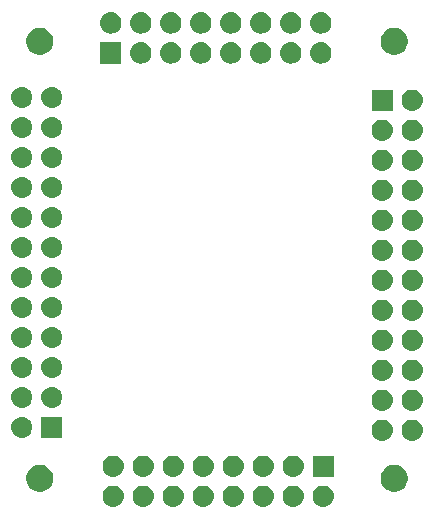
<source format=gbr>
G04 #@! TF.GenerationSoftware,KiCad,Pcbnew,(5.1.2)-2*
G04 #@! TF.CreationDate,2019-08-20T03:23:11-06:00*
G04 #@! TF.ProjectId,pqfp_80_breakout,70716670-5f38-4305-9f62-7265616b6f75,rev?*
G04 #@! TF.SameCoordinates,Original*
G04 #@! TF.FileFunction,Soldermask,Bot*
G04 #@! TF.FilePolarity,Negative*
%FSLAX46Y46*%
G04 Gerber Fmt 4.6, Leading zero omitted, Abs format (unit mm)*
G04 Created by KiCad (PCBNEW (5.1.2)-2) date 2019-08-20 03:23:11*
%MOMM*%
%LPD*%
G04 APERTURE LIST*
%ADD10C,0.100000*%
G04 APERTURE END LIST*
D10*
G36*
X160176588Y-93652234D02*
G01*
X160346389Y-93703743D01*
X160502879Y-93787389D01*
X160640043Y-93899957D01*
X160752611Y-94037121D01*
X160836257Y-94193611D01*
X160887766Y-94363412D01*
X160905158Y-94540000D01*
X160887766Y-94716588D01*
X160836257Y-94886389D01*
X160752611Y-95042879D01*
X160640043Y-95180043D01*
X160502879Y-95292611D01*
X160346389Y-95376257D01*
X160176588Y-95427766D01*
X160044249Y-95440800D01*
X159955751Y-95440800D01*
X159823412Y-95427766D01*
X159653611Y-95376257D01*
X159497121Y-95292611D01*
X159359957Y-95180043D01*
X159247389Y-95042879D01*
X159163743Y-94886389D01*
X159112234Y-94716588D01*
X159094842Y-94540000D01*
X159112234Y-94363412D01*
X159163743Y-94193611D01*
X159247389Y-94037121D01*
X159359957Y-93899957D01*
X159497121Y-93787389D01*
X159653611Y-93703743D01*
X159823412Y-93652234D01*
X159955751Y-93639200D01*
X160044249Y-93639200D01*
X160176588Y-93652234D01*
X160176588Y-93652234D01*
G37*
G36*
X157636588Y-93652234D02*
G01*
X157806389Y-93703743D01*
X157962879Y-93787389D01*
X158100043Y-93899957D01*
X158212611Y-94037121D01*
X158296257Y-94193611D01*
X158347766Y-94363412D01*
X158365158Y-94540000D01*
X158347766Y-94716588D01*
X158296257Y-94886389D01*
X158212611Y-95042879D01*
X158100043Y-95180043D01*
X157962879Y-95292611D01*
X157806389Y-95376257D01*
X157636588Y-95427766D01*
X157504249Y-95440800D01*
X157415751Y-95440800D01*
X157283412Y-95427766D01*
X157113611Y-95376257D01*
X156957121Y-95292611D01*
X156819957Y-95180043D01*
X156707389Y-95042879D01*
X156623743Y-94886389D01*
X156572234Y-94716588D01*
X156554842Y-94540000D01*
X156572234Y-94363412D01*
X156623743Y-94193611D01*
X156707389Y-94037121D01*
X156819957Y-93899957D01*
X156957121Y-93787389D01*
X157113611Y-93703743D01*
X157283412Y-93652234D01*
X157415751Y-93639200D01*
X157504249Y-93639200D01*
X157636588Y-93652234D01*
X157636588Y-93652234D01*
G37*
G36*
X155096588Y-93652234D02*
G01*
X155266389Y-93703743D01*
X155422879Y-93787389D01*
X155560043Y-93899957D01*
X155672611Y-94037121D01*
X155756257Y-94193611D01*
X155807766Y-94363412D01*
X155825158Y-94540000D01*
X155807766Y-94716588D01*
X155756257Y-94886389D01*
X155672611Y-95042879D01*
X155560043Y-95180043D01*
X155422879Y-95292611D01*
X155266389Y-95376257D01*
X155096588Y-95427766D01*
X154964249Y-95440800D01*
X154875751Y-95440800D01*
X154743412Y-95427766D01*
X154573611Y-95376257D01*
X154417121Y-95292611D01*
X154279957Y-95180043D01*
X154167389Y-95042879D01*
X154083743Y-94886389D01*
X154032234Y-94716588D01*
X154014842Y-94540000D01*
X154032234Y-94363412D01*
X154083743Y-94193611D01*
X154167389Y-94037121D01*
X154279957Y-93899957D01*
X154417121Y-93787389D01*
X154573611Y-93703743D01*
X154743412Y-93652234D01*
X154875751Y-93639200D01*
X154964249Y-93639200D01*
X155096588Y-93652234D01*
X155096588Y-93652234D01*
G37*
G36*
X152556588Y-93652234D02*
G01*
X152726389Y-93703743D01*
X152882879Y-93787389D01*
X153020043Y-93899957D01*
X153132611Y-94037121D01*
X153216257Y-94193611D01*
X153267766Y-94363412D01*
X153285158Y-94540000D01*
X153267766Y-94716588D01*
X153216257Y-94886389D01*
X153132611Y-95042879D01*
X153020043Y-95180043D01*
X152882879Y-95292611D01*
X152726389Y-95376257D01*
X152556588Y-95427766D01*
X152424249Y-95440800D01*
X152335751Y-95440800D01*
X152203412Y-95427766D01*
X152033611Y-95376257D01*
X151877121Y-95292611D01*
X151739957Y-95180043D01*
X151627389Y-95042879D01*
X151543743Y-94886389D01*
X151492234Y-94716588D01*
X151474842Y-94540000D01*
X151492234Y-94363412D01*
X151543743Y-94193611D01*
X151627389Y-94037121D01*
X151739957Y-93899957D01*
X151877121Y-93787389D01*
X152033611Y-93703743D01*
X152203412Y-93652234D01*
X152335751Y-93639200D01*
X152424249Y-93639200D01*
X152556588Y-93652234D01*
X152556588Y-93652234D01*
G37*
G36*
X150016588Y-93652234D02*
G01*
X150186389Y-93703743D01*
X150342879Y-93787389D01*
X150480043Y-93899957D01*
X150592611Y-94037121D01*
X150676257Y-94193611D01*
X150727766Y-94363412D01*
X150745158Y-94540000D01*
X150727766Y-94716588D01*
X150676257Y-94886389D01*
X150592611Y-95042879D01*
X150480043Y-95180043D01*
X150342879Y-95292611D01*
X150186389Y-95376257D01*
X150016588Y-95427766D01*
X149884249Y-95440800D01*
X149795751Y-95440800D01*
X149663412Y-95427766D01*
X149493611Y-95376257D01*
X149337121Y-95292611D01*
X149199957Y-95180043D01*
X149087389Y-95042879D01*
X149003743Y-94886389D01*
X148952234Y-94716588D01*
X148934842Y-94540000D01*
X148952234Y-94363412D01*
X149003743Y-94193611D01*
X149087389Y-94037121D01*
X149199957Y-93899957D01*
X149337121Y-93787389D01*
X149493611Y-93703743D01*
X149663412Y-93652234D01*
X149795751Y-93639200D01*
X149884249Y-93639200D01*
X150016588Y-93652234D01*
X150016588Y-93652234D01*
G37*
G36*
X144936588Y-93652234D02*
G01*
X145106389Y-93703743D01*
X145262879Y-93787389D01*
X145400043Y-93899957D01*
X145512611Y-94037121D01*
X145596257Y-94193611D01*
X145647766Y-94363412D01*
X145665158Y-94540000D01*
X145647766Y-94716588D01*
X145596257Y-94886389D01*
X145512611Y-95042879D01*
X145400043Y-95180043D01*
X145262879Y-95292611D01*
X145106389Y-95376257D01*
X144936588Y-95427766D01*
X144804249Y-95440800D01*
X144715751Y-95440800D01*
X144583412Y-95427766D01*
X144413611Y-95376257D01*
X144257121Y-95292611D01*
X144119957Y-95180043D01*
X144007389Y-95042879D01*
X143923743Y-94886389D01*
X143872234Y-94716588D01*
X143854842Y-94540000D01*
X143872234Y-94363412D01*
X143923743Y-94193611D01*
X144007389Y-94037121D01*
X144119957Y-93899957D01*
X144257121Y-93787389D01*
X144413611Y-93703743D01*
X144583412Y-93652234D01*
X144715751Y-93639200D01*
X144804249Y-93639200D01*
X144936588Y-93652234D01*
X144936588Y-93652234D01*
G37*
G36*
X147476588Y-93652234D02*
G01*
X147646389Y-93703743D01*
X147802879Y-93787389D01*
X147940043Y-93899957D01*
X148052611Y-94037121D01*
X148136257Y-94193611D01*
X148187766Y-94363412D01*
X148205158Y-94540000D01*
X148187766Y-94716588D01*
X148136257Y-94886389D01*
X148052611Y-95042879D01*
X147940043Y-95180043D01*
X147802879Y-95292611D01*
X147646389Y-95376257D01*
X147476588Y-95427766D01*
X147344249Y-95440800D01*
X147255751Y-95440800D01*
X147123412Y-95427766D01*
X146953611Y-95376257D01*
X146797121Y-95292611D01*
X146659957Y-95180043D01*
X146547389Y-95042879D01*
X146463743Y-94886389D01*
X146412234Y-94716588D01*
X146394842Y-94540000D01*
X146412234Y-94363412D01*
X146463743Y-94193611D01*
X146547389Y-94037121D01*
X146659957Y-93899957D01*
X146797121Y-93787389D01*
X146953611Y-93703743D01*
X147123412Y-93652234D01*
X147255751Y-93639200D01*
X147344249Y-93639200D01*
X147476588Y-93652234D01*
X147476588Y-93652234D01*
G37*
G36*
X142396588Y-93652234D02*
G01*
X142566389Y-93703743D01*
X142722879Y-93787389D01*
X142860043Y-93899957D01*
X142972611Y-94037121D01*
X143056257Y-94193611D01*
X143107766Y-94363412D01*
X143125158Y-94540000D01*
X143107766Y-94716588D01*
X143056257Y-94886389D01*
X142972611Y-95042879D01*
X142860043Y-95180043D01*
X142722879Y-95292611D01*
X142566389Y-95376257D01*
X142396588Y-95427766D01*
X142264249Y-95440800D01*
X142175751Y-95440800D01*
X142043412Y-95427766D01*
X141873611Y-95376257D01*
X141717121Y-95292611D01*
X141579957Y-95180043D01*
X141467389Y-95042879D01*
X141383743Y-94886389D01*
X141332234Y-94716588D01*
X141314842Y-94540000D01*
X141332234Y-94363412D01*
X141383743Y-94193611D01*
X141467389Y-94037121D01*
X141579957Y-93899957D01*
X141717121Y-93787389D01*
X141873611Y-93703743D01*
X142043412Y-93652234D01*
X142175751Y-93639200D01*
X142264249Y-93639200D01*
X142396588Y-93652234D01*
X142396588Y-93652234D01*
G37*
G36*
X166187455Y-91863942D02*
G01*
X166335678Y-91893425D01*
X166545109Y-91980174D01*
X166733593Y-92106115D01*
X166893885Y-92266407D01*
X167019826Y-92454891D01*
X167106575Y-92664322D01*
X167150800Y-92886657D01*
X167150800Y-93113343D01*
X167106575Y-93335678D01*
X167019826Y-93545109D01*
X166893885Y-93733593D01*
X166733593Y-93893885D01*
X166545109Y-94019826D01*
X166335678Y-94106575D01*
X166187455Y-94136058D01*
X166113344Y-94150800D01*
X165886656Y-94150800D01*
X165812545Y-94136058D01*
X165664322Y-94106575D01*
X165454891Y-94019826D01*
X165266407Y-93893885D01*
X165106115Y-93733593D01*
X164980174Y-93545109D01*
X164893425Y-93335678D01*
X164849200Y-93113343D01*
X164849200Y-92886657D01*
X164893425Y-92664322D01*
X164980174Y-92454891D01*
X165106115Y-92266407D01*
X165266407Y-92106115D01*
X165454891Y-91980174D01*
X165664322Y-91893425D01*
X165812545Y-91863942D01*
X165886656Y-91849200D01*
X166113344Y-91849200D01*
X166187455Y-91863942D01*
X166187455Y-91863942D01*
G37*
G36*
X136187455Y-91863942D02*
G01*
X136335678Y-91893425D01*
X136545109Y-91980174D01*
X136733593Y-92106115D01*
X136893885Y-92266407D01*
X137019826Y-92454891D01*
X137106575Y-92664322D01*
X137150800Y-92886657D01*
X137150800Y-93113343D01*
X137106575Y-93335678D01*
X137019826Y-93545109D01*
X136893885Y-93733593D01*
X136733593Y-93893885D01*
X136545109Y-94019826D01*
X136335678Y-94106575D01*
X136187455Y-94136058D01*
X136113344Y-94150800D01*
X135886656Y-94150800D01*
X135812545Y-94136058D01*
X135664322Y-94106575D01*
X135454891Y-94019826D01*
X135266407Y-93893885D01*
X135106115Y-93733593D01*
X134980174Y-93545109D01*
X134893425Y-93335678D01*
X134849200Y-93113343D01*
X134849200Y-92886657D01*
X134893425Y-92664322D01*
X134980174Y-92454891D01*
X135106115Y-92266407D01*
X135266407Y-92106115D01*
X135454891Y-91980174D01*
X135664322Y-91893425D01*
X135812545Y-91863942D01*
X135886656Y-91849200D01*
X136113344Y-91849200D01*
X136187455Y-91863942D01*
X136187455Y-91863942D01*
G37*
G36*
X157636588Y-91112234D02*
G01*
X157806389Y-91163743D01*
X157962879Y-91247389D01*
X158100043Y-91359957D01*
X158212611Y-91497121D01*
X158296257Y-91653611D01*
X158347766Y-91823412D01*
X158365158Y-92000000D01*
X158347766Y-92176588D01*
X158296257Y-92346389D01*
X158212611Y-92502879D01*
X158100043Y-92640043D01*
X157962879Y-92752611D01*
X157806389Y-92836257D01*
X157636588Y-92887766D01*
X157504249Y-92900800D01*
X157415751Y-92900800D01*
X157283412Y-92887766D01*
X157113611Y-92836257D01*
X156957121Y-92752611D01*
X156819957Y-92640043D01*
X156707389Y-92502879D01*
X156623743Y-92346389D01*
X156572234Y-92176588D01*
X156554842Y-92000000D01*
X156572234Y-91823412D01*
X156623743Y-91653611D01*
X156707389Y-91497121D01*
X156819957Y-91359957D01*
X156957121Y-91247389D01*
X157113611Y-91163743D01*
X157283412Y-91112234D01*
X157415751Y-91099200D01*
X157504249Y-91099200D01*
X157636588Y-91112234D01*
X157636588Y-91112234D01*
G37*
G36*
X160900800Y-92900800D02*
G01*
X159099200Y-92900800D01*
X159099200Y-91099200D01*
X160900800Y-91099200D01*
X160900800Y-92900800D01*
X160900800Y-92900800D01*
G37*
G36*
X155096588Y-91112234D02*
G01*
X155266389Y-91163743D01*
X155422879Y-91247389D01*
X155560043Y-91359957D01*
X155672611Y-91497121D01*
X155756257Y-91653611D01*
X155807766Y-91823412D01*
X155825158Y-92000000D01*
X155807766Y-92176588D01*
X155756257Y-92346389D01*
X155672611Y-92502879D01*
X155560043Y-92640043D01*
X155422879Y-92752611D01*
X155266389Y-92836257D01*
X155096588Y-92887766D01*
X154964249Y-92900800D01*
X154875751Y-92900800D01*
X154743412Y-92887766D01*
X154573611Y-92836257D01*
X154417121Y-92752611D01*
X154279957Y-92640043D01*
X154167389Y-92502879D01*
X154083743Y-92346389D01*
X154032234Y-92176588D01*
X154014842Y-92000000D01*
X154032234Y-91823412D01*
X154083743Y-91653611D01*
X154167389Y-91497121D01*
X154279957Y-91359957D01*
X154417121Y-91247389D01*
X154573611Y-91163743D01*
X154743412Y-91112234D01*
X154875751Y-91099200D01*
X154964249Y-91099200D01*
X155096588Y-91112234D01*
X155096588Y-91112234D01*
G37*
G36*
X152556588Y-91112234D02*
G01*
X152726389Y-91163743D01*
X152882879Y-91247389D01*
X153020043Y-91359957D01*
X153132611Y-91497121D01*
X153216257Y-91653611D01*
X153267766Y-91823412D01*
X153285158Y-92000000D01*
X153267766Y-92176588D01*
X153216257Y-92346389D01*
X153132611Y-92502879D01*
X153020043Y-92640043D01*
X152882879Y-92752611D01*
X152726389Y-92836257D01*
X152556588Y-92887766D01*
X152424249Y-92900800D01*
X152335751Y-92900800D01*
X152203412Y-92887766D01*
X152033611Y-92836257D01*
X151877121Y-92752611D01*
X151739957Y-92640043D01*
X151627389Y-92502879D01*
X151543743Y-92346389D01*
X151492234Y-92176588D01*
X151474842Y-92000000D01*
X151492234Y-91823412D01*
X151543743Y-91653611D01*
X151627389Y-91497121D01*
X151739957Y-91359957D01*
X151877121Y-91247389D01*
X152033611Y-91163743D01*
X152203412Y-91112234D01*
X152335751Y-91099200D01*
X152424249Y-91099200D01*
X152556588Y-91112234D01*
X152556588Y-91112234D01*
G37*
G36*
X147476588Y-91112234D02*
G01*
X147646389Y-91163743D01*
X147802879Y-91247389D01*
X147940043Y-91359957D01*
X148052611Y-91497121D01*
X148136257Y-91653611D01*
X148187766Y-91823412D01*
X148205158Y-92000000D01*
X148187766Y-92176588D01*
X148136257Y-92346389D01*
X148052611Y-92502879D01*
X147940043Y-92640043D01*
X147802879Y-92752611D01*
X147646389Y-92836257D01*
X147476588Y-92887766D01*
X147344249Y-92900800D01*
X147255751Y-92900800D01*
X147123412Y-92887766D01*
X146953611Y-92836257D01*
X146797121Y-92752611D01*
X146659957Y-92640043D01*
X146547389Y-92502879D01*
X146463743Y-92346389D01*
X146412234Y-92176588D01*
X146394842Y-92000000D01*
X146412234Y-91823412D01*
X146463743Y-91653611D01*
X146547389Y-91497121D01*
X146659957Y-91359957D01*
X146797121Y-91247389D01*
X146953611Y-91163743D01*
X147123412Y-91112234D01*
X147255751Y-91099200D01*
X147344249Y-91099200D01*
X147476588Y-91112234D01*
X147476588Y-91112234D01*
G37*
G36*
X144936588Y-91112234D02*
G01*
X145106389Y-91163743D01*
X145262879Y-91247389D01*
X145400043Y-91359957D01*
X145512611Y-91497121D01*
X145596257Y-91653611D01*
X145647766Y-91823412D01*
X145665158Y-92000000D01*
X145647766Y-92176588D01*
X145596257Y-92346389D01*
X145512611Y-92502879D01*
X145400043Y-92640043D01*
X145262879Y-92752611D01*
X145106389Y-92836257D01*
X144936588Y-92887766D01*
X144804249Y-92900800D01*
X144715751Y-92900800D01*
X144583412Y-92887766D01*
X144413611Y-92836257D01*
X144257121Y-92752611D01*
X144119957Y-92640043D01*
X144007389Y-92502879D01*
X143923743Y-92346389D01*
X143872234Y-92176588D01*
X143854842Y-92000000D01*
X143872234Y-91823412D01*
X143923743Y-91653611D01*
X144007389Y-91497121D01*
X144119957Y-91359957D01*
X144257121Y-91247389D01*
X144413611Y-91163743D01*
X144583412Y-91112234D01*
X144715751Y-91099200D01*
X144804249Y-91099200D01*
X144936588Y-91112234D01*
X144936588Y-91112234D01*
G37*
G36*
X142396588Y-91112234D02*
G01*
X142566389Y-91163743D01*
X142722879Y-91247389D01*
X142860043Y-91359957D01*
X142972611Y-91497121D01*
X143056257Y-91653611D01*
X143107766Y-91823412D01*
X143125158Y-92000000D01*
X143107766Y-92176588D01*
X143056257Y-92346389D01*
X142972611Y-92502879D01*
X142860043Y-92640043D01*
X142722879Y-92752611D01*
X142566389Y-92836257D01*
X142396588Y-92887766D01*
X142264249Y-92900800D01*
X142175751Y-92900800D01*
X142043412Y-92887766D01*
X141873611Y-92836257D01*
X141717121Y-92752611D01*
X141579957Y-92640043D01*
X141467389Y-92502879D01*
X141383743Y-92346389D01*
X141332234Y-92176588D01*
X141314842Y-92000000D01*
X141332234Y-91823412D01*
X141383743Y-91653611D01*
X141467389Y-91497121D01*
X141579957Y-91359957D01*
X141717121Y-91247389D01*
X141873611Y-91163743D01*
X142043412Y-91112234D01*
X142175751Y-91099200D01*
X142264249Y-91099200D01*
X142396588Y-91112234D01*
X142396588Y-91112234D01*
G37*
G36*
X150016588Y-91112234D02*
G01*
X150186389Y-91163743D01*
X150342879Y-91247389D01*
X150480043Y-91359957D01*
X150592611Y-91497121D01*
X150676257Y-91653611D01*
X150727766Y-91823412D01*
X150745158Y-92000000D01*
X150727766Y-92176588D01*
X150676257Y-92346389D01*
X150592611Y-92502879D01*
X150480043Y-92640043D01*
X150342879Y-92752611D01*
X150186389Y-92836257D01*
X150016588Y-92887766D01*
X149884249Y-92900800D01*
X149795751Y-92900800D01*
X149663412Y-92887766D01*
X149493611Y-92836257D01*
X149337121Y-92752611D01*
X149199957Y-92640043D01*
X149087389Y-92502879D01*
X149003743Y-92346389D01*
X148952234Y-92176588D01*
X148934842Y-92000000D01*
X148952234Y-91823412D01*
X149003743Y-91653611D01*
X149087389Y-91497121D01*
X149199957Y-91359957D01*
X149337121Y-91247389D01*
X149493611Y-91163743D01*
X149663412Y-91112234D01*
X149795751Y-91099200D01*
X149884249Y-91099200D01*
X150016588Y-91112234D01*
X150016588Y-91112234D01*
G37*
G36*
X165176588Y-88052234D02*
G01*
X165346389Y-88103743D01*
X165502879Y-88187389D01*
X165640043Y-88299957D01*
X165752611Y-88437121D01*
X165836257Y-88593611D01*
X165887766Y-88763412D01*
X165905158Y-88940000D01*
X165887766Y-89116588D01*
X165836257Y-89286389D01*
X165752611Y-89442879D01*
X165640043Y-89580043D01*
X165502879Y-89692611D01*
X165346389Y-89776257D01*
X165176588Y-89827766D01*
X165044249Y-89840800D01*
X164955751Y-89840800D01*
X164823412Y-89827766D01*
X164653611Y-89776257D01*
X164497121Y-89692611D01*
X164359957Y-89580043D01*
X164247389Y-89442879D01*
X164163743Y-89286389D01*
X164112234Y-89116588D01*
X164094842Y-88940000D01*
X164112234Y-88763412D01*
X164163743Y-88593611D01*
X164247389Y-88437121D01*
X164359957Y-88299957D01*
X164497121Y-88187389D01*
X164653611Y-88103743D01*
X164823412Y-88052234D01*
X164955751Y-88039200D01*
X165044249Y-88039200D01*
X165176588Y-88052234D01*
X165176588Y-88052234D01*
G37*
G36*
X167716588Y-88052234D02*
G01*
X167886389Y-88103743D01*
X168042879Y-88187389D01*
X168180043Y-88299957D01*
X168292611Y-88437121D01*
X168376257Y-88593611D01*
X168427766Y-88763412D01*
X168445158Y-88940000D01*
X168427766Y-89116588D01*
X168376257Y-89286389D01*
X168292611Y-89442879D01*
X168180043Y-89580043D01*
X168042879Y-89692611D01*
X167886389Y-89776257D01*
X167716588Y-89827766D01*
X167584249Y-89840800D01*
X167495751Y-89840800D01*
X167363412Y-89827766D01*
X167193611Y-89776257D01*
X167037121Y-89692611D01*
X166899957Y-89580043D01*
X166787389Y-89442879D01*
X166703743Y-89286389D01*
X166652234Y-89116588D01*
X166634842Y-88940000D01*
X166652234Y-88763412D01*
X166703743Y-88593611D01*
X166787389Y-88437121D01*
X166899957Y-88299957D01*
X167037121Y-88187389D01*
X167193611Y-88103743D01*
X167363412Y-88052234D01*
X167495751Y-88039200D01*
X167584249Y-88039200D01*
X167716588Y-88052234D01*
X167716588Y-88052234D01*
G37*
G36*
X137900800Y-89600800D02*
G01*
X136099200Y-89600800D01*
X136099200Y-87799200D01*
X137900800Y-87799200D01*
X137900800Y-89600800D01*
X137900800Y-89600800D01*
G37*
G36*
X134636588Y-87812234D02*
G01*
X134806389Y-87863743D01*
X134962879Y-87947389D01*
X135100043Y-88059957D01*
X135212611Y-88197121D01*
X135296257Y-88353611D01*
X135347766Y-88523412D01*
X135365158Y-88700000D01*
X135347766Y-88876588D01*
X135296257Y-89046389D01*
X135212611Y-89202879D01*
X135100043Y-89340043D01*
X134962879Y-89452611D01*
X134806389Y-89536257D01*
X134636588Y-89587766D01*
X134504249Y-89600800D01*
X134415751Y-89600800D01*
X134283412Y-89587766D01*
X134113611Y-89536257D01*
X133957121Y-89452611D01*
X133819957Y-89340043D01*
X133707389Y-89202879D01*
X133623743Y-89046389D01*
X133572234Y-88876588D01*
X133554842Y-88700000D01*
X133572234Y-88523412D01*
X133623743Y-88353611D01*
X133707389Y-88197121D01*
X133819957Y-88059957D01*
X133957121Y-87947389D01*
X134113611Y-87863743D01*
X134283412Y-87812234D01*
X134415751Y-87799200D01*
X134504249Y-87799200D01*
X134636588Y-87812234D01*
X134636588Y-87812234D01*
G37*
G36*
X167716588Y-85512234D02*
G01*
X167886389Y-85563743D01*
X168042879Y-85647389D01*
X168180043Y-85759957D01*
X168292611Y-85897121D01*
X168376257Y-86053611D01*
X168427766Y-86223412D01*
X168445158Y-86400000D01*
X168427766Y-86576588D01*
X168376257Y-86746389D01*
X168292611Y-86902879D01*
X168180043Y-87040043D01*
X168042879Y-87152611D01*
X167886389Y-87236257D01*
X167716588Y-87287766D01*
X167584249Y-87300800D01*
X167495751Y-87300800D01*
X167363412Y-87287766D01*
X167193611Y-87236257D01*
X167037121Y-87152611D01*
X166899957Y-87040043D01*
X166787389Y-86902879D01*
X166703743Y-86746389D01*
X166652234Y-86576588D01*
X166634842Y-86400000D01*
X166652234Y-86223412D01*
X166703743Y-86053611D01*
X166787389Y-85897121D01*
X166899957Y-85759957D01*
X167037121Y-85647389D01*
X167193611Y-85563743D01*
X167363412Y-85512234D01*
X167495751Y-85499200D01*
X167584249Y-85499200D01*
X167716588Y-85512234D01*
X167716588Y-85512234D01*
G37*
G36*
X165176588Y-85512234D02*
G01*
X165346389Y-85563743D01*
X165502879Y-85647389D01*
X165640043Y-85759957D01*
X165752611Y-85897121D01*
X165836257Y-86053611D01*
X165887766Y-86223412D01*
X165905158Y-86400000D01*
X165887766Y-86576588D01*
X165836257Y-86746389D01*
X165752611Y-86902879D01*
X165640043Y-87040043D01*
X165502879Y-87152611D01*
X165346389Y-87236257D01*
X165176588Y-87287766D01*
X165044249Y-87300800D01*
X164955751Y-87300800D01*
X164823412Y-87287766D01*
X164653611Y-87236257D01*
X164497121Y-87152611D01*
X164359957Y-87040043D01*
X164247389Y-86902879D01*
X164163743Y-86746389D01*
X164112234Y-86576588D01*
X164094842Y-86400000D01*
X164112234Y-86223412D01*
X164163743Y-86053611D01*
X164247389Y-85897121D01*
X164359957Y-85759957D01*
X164497121Y-85647389D01*
X164653611Y-85563743D01*
X164823412Y-85512234D01*
X164955751Y-85499200D01*
X165044249Y-85499200D01*
X165176588Y-85512234D01*
X165176588Y-85512234D01*
G37*
G36*
X137176588Y-85272234D02*
G01*
X137346389Y-85323743D01*
X137502879Y-85407389D01*
X137640043Y-85519957D01*
X137752611Y-85657121D01*
X137836257Y-85813611D01*
X137887766Y-85983412D01*
X137905158Y-86160000D01*
X137887766Y-86336588D01*
X137836257Y-86506389D01*
X137752611Y-86662879D01*
X137640043Y-86800043D01*
X137502879Y-86912611D01*
X137346389Y-86996257D01*
X137176588Y-87047766D01*
X137044249Y-87060800D01*
X136955751Y-87060800D01*
X136823412Y-87047766D01*
X136653611Y-86996257D01*
X136497121Y-86912611D01*
X136359957Y-86800043D01*
X136247389Y-86662879D01*
X136163743Y-86506389D01*
X136112234Y-86336588D01*
X136094842Y-86160000D01*
X136112234Y-85983412D01*
X136163743Y-85813611D01*
X136247389Y-85657121D01*
X136359957Y-85519957D01*
X136497121Y-85407389D01*
X136653611Y-85323743D01*
X136823412Y-85272234D01*
X136955751Y-85259200D01*
X137044249Y-85259200D01*
X137176588Y-85272234D01*
X137176588Y-85272234D01*
G37*
G36*
X134636588Y-85272234D02*
G01*
X134806389Y-85323743D01*
X134962879Y-85407389D01*
X135100043Y-85519957D01*
X135212611Y-85657121D01*
X135296257Y-85813611D01*
X135347766Y-85983412D01*
X135365158Y-86160000D01*
X135347766Y-86336588D01*
X135296257Y-86506389D01*
X135212611Y-86662879D01*
X135100043Y-86800043D01*
X134962879Y-86912611D01*
X134806389Y-86996257D01*
X134636588Y-87047766D01*
X134504249Y-87060800D01*
X134415751Y-87060800D01*
X134283412Y-87047766D01*
X134113611Y-86996257D01*
X133957121Y-86912611D01*
X133819957Y-86800043D01*
X133707389Y-86662879D01*
X133623743Y-86506389D01*
X133572234Y-86336588D01*
X133554842Y-86160000D01*
X133572234Y-85983412D01*
X133623743Y-85813611D01*
X133707389Y-85657121D01*
X133819957Y-85519957D01*
X133957121Y-85407389D01*
X134113611Y-85323743D01*
X134283412Y-85272234D01*
X134415751Y-85259200D01*
X134504249Y-85259200D01*
X134636588Y-85272234D01*
X134636588Y-85272234D01*
G37*
G36*
X165176588Y-82972234D02*
G01*
X165346389Y-83023743D01*
X165502879Y-83107389D01*
X165640043Y-83219957D01*
X165752611Y-83357121D01*
X165836257Y-83513611D01*
X165887766Y-83683412D01*
X165905158Y-83860000D01*
X165887766Y-84036588D01*
X165836257Y-84206389D01*
X165752611Y-84362879D01*
X165640043Y-84500043D01*
X165502879Y-84612611D01*
X165346389Y-84696257D01*
X165176588Y-84747766D01*
X165044249Y-84760800D01*
X164955751Y-84760800D01*
X164823412Y-84747766D01*
X164653611Y-84696257D01*
X164497121Y-84612611D01*
X164359957Y-84500043D01*
X164247389Y-84362879D01*
X164163743Y-84206389D01*
X164112234Y-84036588D01*
X164094842Y-83860000D01*
X164112234Y-83683412D01*
X164163743Y-83513611D01*
X164247389Y-83357121D01*
X164359957Y-83219957D01*
X164497121Y-83107389D01*
X164653611Y-83023743D01*
X164823412Y-82972234D01*
X164955751Y-82959200D01*
X165044249Y-82959200D01*
X165176588Y-82972234D01*
X165176588Y-82972234D01*
G37*
G36*
X167716588Y-82972234D02*
G01*
X167886389Y-83023743D01*
X168042879Y-83107389D01*
X168180043Y-83219957D01*
X168292611Y-83357121D01*
X168376257Y-83513611D01*
X168427766Y-83683412D01*
X168445158Y-83860000D01*
X168427766Y-84036588D01*
X168376257Y-84206389D01*
X168292611Y-84362879D01*
X168180043Y-84500043D01*
X168042879Y-84612611D01*
X167886389Y-84696257D01*
X167716588Y-84747766D01*
X167584249Y-84760800D01*
X167495751Y-84760800D01*
X167363412Y-84747766D01*
X167193611Y-84696257D01*
X167037121Y-84612611D01*
X166899957Y-84500043D01*
X166787389Y-84362879D01*
X166703743Y-84206389D01*
X166652234Y-84036588D01*
X166634842Y-83860000D01*
X166652234Y-83683412D01*
X166703743Y-83513611D01*
X166787389Y-83357121D01*
X166899957Y-83219957D01*
X167037121Y-83107389D01*
X167193611Y-83023743D01*
X167363412Y-82972234D01*
X167495751Y-82959200D01*
X167584249Y-82959200D01*
X167716588Y-82972234D01*
X167716588Y-82972234D01*
G37*
G36*
X134636588Y-82732234D02*
G01*
X134806389Y-82783743D01*
X134962879Y-82867389D01*
X135100043Y-82979957D01*
X135212611Y-83117121D01*
X135296257Y-83273611D01*
X135347766Y-83443412D01*
X135365158Y-83620000D01*
X135347766Y-83796588D01*
X135296257Y-83966389D01*
X135212611Y-84122879D01*
X135100043Y-84260043D01*
X134962879Y-84372611D01*
X134806389Y-84456257D01*
X134636588Y-84507766D01*
X134504249Y-84520800D01*
X134415751Y-84520800D01*
X134283412Y-84507766D01*
X134113611Y-84456257D01*
X133957121Y-84372611D01*
X133819957Y-84260043D01*
X133707389Y-84122879D01*
X133623743Y-83966389D01*
X133572234Y-83796588D01*
X133554842Y-83620000D01*
X133572234Y-83443412D01*
X133623743Y-83273611D01*
X133707389Y-83117121D01*
X133819957Y-82979957D01*
X133957121Y-82867389D01*
X134113611Y-82783743D01*
X134283412Y-82732234D01*
X134415751Y-82719200D01*
X134504249Y-82719200D01*
X134636588Y-82732234D01*
X134636588Y-82732234D01*
G37*
G36*
X137176588Y-82732234D02*
G01*
X137346389Y-82783743D01*
X137502879Y-82867389D01*
X137640043Y-82979957D01*
X137752611Y-83117121D01*
X137836257Y-83273611D01*
X137887766Y-83443412D01*
X137905158Y-83620000D01*
X137887766Y-83796588D01*
X137836257Y-83966389D01*
X137752611Y-84122879D01*
X137640043Y-84260043D01*
X137502879Y-84372611D01*
X137346389Y-84456257D01*
X137176588Y-84507766D01*
X137044249Y-84520800D01*
X136955751Y-84520800D01*
X136823412Y-84507766D01*
X136653611Y-84456257D01*
X136497121Y-84372611D01*
X136359957Y-84260043D01*
X136247389Y-84122879D01*
X136163743Y-83966389D01*
X136112234Y-83796588D01*
X136094842Y-83620000D01*
X136112234Y-83443412D01*
X136163743Y-83273611D01*
X136247389Y-83117121D01*
X136359957Y-82979957D01*
X136497121Y-82867389D01*
X136653611Y-82783743D01*
X136823412Y-82732234D01*
X136955751Y-82719200D01*
X137044249Y-82719200D01*
X137176588Y-82732234D01*
X137176588Y-82732234D01*
G37*
G36*
X167716588Y-80432234D02*
G01*
X167886389Y-80483743D01*
X168042879Y-80567389D01*
X168180043Y-80679957D01*
X168292611Y-80817121D01*
X168376257Y-80973611D01*
X168427766Y-81143412D01*
X168445158Y-81320000D01*
X168427766Y-81496588D01*
X168376257Y-81666389D01*
X168292611Y-81822879D01*
X168180043Y-81960043D01*
X168042879Y-82072611D01*
X167886389Y-82156257D01*
X167716588Y-82207766D01*
X167584249Y-82220800D01*
X167495751Y-82220800D01*
X167363412Y-82207766D01*
X167193611Y-82156257D01*
X167037121Y-82072611D01*
X166899957Y-81960043D01*
X166787389Y-81822879D01*
X166703743Y-81666389D01*
X166652234Y-81496588D01*
X166634842Y-81320000D01*
X166652234Y-81143412D01*
X166703743Y-80973611D01*
X166787389Y-80817121D01*
X166899957Y-80679957D01*
X167037121Y-80567389D01*
X167193611Y-80483743D01*
X167363412Y-80432234D01*
X167495751Y-80419200D01*
X167584249Y-80419200D01*
X167716588Y-80432234D01*
X167716588Y-80432234D01*
G37*
G36*
X165176588Y-80432234D02*
G01*
X165346389Y-80483743D01*
X165502879Y-80567389D01*
X165640043Y-80679957D01*
X165752611Y-80817121D01*
X165836257Y-80973611D01*
X165887766Y-81143412D01*
X165905158Y-81320000D01*
X165887766Y-81496588D01*
X165836257Y-81666389D01*
X165752611Y-81822879D01*
X165640043Y-81960043D01*
X165502879Y-82072611D01*
X165346389Y-82156257D01*
X165176588Y-82207766D01*
X165044249Y-82220800D01*
X164955751Y-82220800D01*
X164823412Y-82207766D01*
X164653611Y-82156257D01*
X164497121Y-82072611D01*
X164359957Y-81960043D01*
X164247389Y-81822879D01*
X164163743Y-81666389D01*
X164112234Y-81496588D01*
X164094842Y-81320000D01*
X164112234Y-81143412D01*
X164163743Y-80973611D01*
X164247389Y-80817121D01*
X164359957Y-80679957D01*
X164497121Y-80567389D01*
X164653611Y-80483743D01*
X164823412Y-80432234D01*
X164955751Y-80419200D01*
X165044249Y-80419200D01*
X165176588Y-80432234D01*
X165176588Y-80432234D01*
G37*
G36*
X134636588Y-80192234D02*
G01*
X134806389Y-80243743D01*
X134962879Y-80327389D01*
X135100043Y-80439957D01*
X135212611Y-80577121D01*
X135296257Y-80733611D01*
X135347766Y-80903412D01*
X135365158Y-81080000D01*
X135347766Y-81256588D01*
X135296257Y-81426389D01*
X135212611Y-81582879D01*
X135100043Y-81720043D01*
X134962879Y-81832611D01*
X134806389Y-81916257D01*
X134636588Y-81967766D01*
X134504249Y-81980800D01*
X134415751Y-81980800D01*
X134283412Y-81967766D01*
X134113611Y-81916257D01*
X133957121Y-81832611D01*
X133819957Y-81720043D01*
X133707389Y-81582879D01*
X133623743Y-81426389D01*
X133572234Y-81256588D01*
X133554842Y-81080000D01*
X133572234Y-80903412D01*
X133623743Y-80733611D01*
X133707389Y-80577121D01*
X133819957Y-80439957D01*
X133957121Y-80327389D01*
X134113611Y-80243743D01*
X134283412Y-80192234D01*
X134415751Y-80179200D01*
X134504249Y-80179200D01*
X134636588Y-80192234D01*
X134636588Y-80192234D01*
G37*
G36*
X137176588Y-80192234D02*
G01*
X137346389Y-80243743D01*
X137502879Y-80327389D01*
X137640043Y-80439957D01*
X137752611Y-80577121D01*
X137836257Y-80733611D01*
X137887766Y-80903412D01*
X137905158Y-81080000D01*
X137887766Y-81256588D01*
X137836257Y-81426389D01*
X137752611Y-81582879D01*
X137640043Y-81720043D01*
X137502879Y-81832611D01*
X137346389Y-81916257D01*
X137176588Y-81967766D01*
X137044249Y-81980800D01*
X136955751Y-81980800D01*
X136823412Y-81967766D01*
X136653611Y-81916257D01*
X136497121Y-81832611D01*
X136359957Y-81720043D01*
X136247389Y-81582879D01*
X136163743Y-81426389D01*
X136112234Y-81256588D01*
X136094842Y-81080000D01*
X136112234Y-80903412D01*
X136163743Y-80733611D01*
X136247389Y-80577121D01*
X136359957Y-80439957D01*
X136497121Y-80327389D01*
X136653611Y-80243743D01*
X136823412Y-80192234D01*
X136955751Y-80179200D01*
X137044249Y-80179200D01*
X137176588Y-80192234D01*
X137176588Y-80192234D01*
G37*
G36*
X165176588Y-77892234D02*
G01*
X165346389Y-77943743D01*
X165502879Y-78027389D01*
X165640043Y-78139957D01*
X165752611Y-78277121D01*
X165836257Y-78433611D01*
X165887766Y-78603412D01*
X165905158Y-78780000D01*
X165887766Y-78956588D01*
X165836257Y-79126389D01*
X165752611Y-79282879D01*
X165640043Y-79420043D01*
X165502879Y-79532611D01*
X165346389Y-79616257D01*
X165176588Y-79667766D01*
X165044249Y-79680800D01*
X164955751Y-79680800D01*
X164823412Y-79667766D01*
X164653611Y-79616257D01*
X164497121Y-79532611D01*
X164359957Y-79420043D01*
X164247389Y-79282879D01*
X164163743Y-79126389D01*
X164112234Y-78956588D01*
X164094842Y-78780000D01*
X164112234Y-78603412D01*
X164163743Y-78433611D01*
X164247389Y-78277121D01*
X164359957Y-78139957D01*
X164497121Y-78027389D01*
X164653611Y-77943743D01*
X164823412Y-77892234D01*
X164955751Y-77879200D01*
X165044249Y-77879200D01*
X165176588Y-77892234D01*
X165176588Y-77892234D01*
G37*
G36*
X167716588Y-77892234D02*
G01*
X167886389Y-77943743D01*
X168042879Y-78027389D01*
X168180043Y-78139957D01*
X168292611Y-78277121D01*
X168376257Y-78433611D01*
X168427766Y-78603412D01*
X168445158Y-78780000D01*
X168427766Y-78956588D01*
X168376257Y-79126389D01*
X168292611Y-79282879D01*
X168180043Y-79420043D01*
X168042879Y-79532611D01*
X167886389Y-79616257D01*
X167716588Y-79667766D01*
X167584249Y-79680800D01*
X167495751Y-79680800D01*
X167363412Y-79667766D01*
X167193611Y-79616257D01*
X167037121Y-79532611D01*
X166899957Y-79420043D01*
X166787389Y-79282879D01*
X166703743Y-79126389D01*
X166652234Y-78956588D01*
X166634842Y-78780000D01*
X166652234Y-78603412D01*
X166703743Y-78433611D01*
X166787389Y-78277121D01*
X166899957Y-78139957D01*
X167037121Y-78027389D01*
X167193611Y-77943743D01*
X167363412Y-77892234D01*
X167495751Y-77879200D01*
X167584249Y-77879200D01*
X167716588Y-77892234D01*
X167716588Y-77892234D01*
G37*
G36*
X134636588Y-77652234D02*
G01*
X134806389Y-77703743D01*
X134962879Y-77787389D01*
X135100043Y-77899957D01*
X135212611Y-78037121D01*
X135296257Y-78193611D01*
X135347766Y-78363412D01*
X135365158Y-78540000D01*
X135347766Y-78716588D01*
X135296257Y-78886389D01*
X135212611Y-79042879D01*
X135100043Y-79180043D01*
X134962879Y-79292611D01*
X134806389Y-79376257D01*
X134636588Y-79427766D01*
X134504249Y-79440800D01*
X134415751Y-79440800D01*
X134283412Y-79427766D01*
X134113611Y-79376257D01*
X133957121Y-79292611D01*
X133819957Y-79180043D01*
X133707389Y-79042879D01*
X133623743Y-78886389D01*
X133572234Y-78716588D01*
X133554842Y-78540000D01*
X133572234Y-78363412D01*
X133623743Y-78193611D01*
X133707389Y-78037121D01*
X133819957Y-77899957D01*
X133957121Y-77787389D01*
X134113611Y-77703743D01*
X134283412Y-77652234D01*
X134415751Y-77639200D01*
X134504249Y-77639200D01*
X134636588Y-77652234D01*
X134636588Y-77652234D01*
G37*
G36*
X137176588Y-77652234D02*
G01*
X137346389Y-77703743D01*
X137502879Y-77787389D01*
X137640043Y-77899957D01*
X137752611Y-78037121D01*
X137836257Y-78193611D01*
X137887766Y-78363412D01*
X137905158Y-78540000D01*
X137887766Y-78716588D01*
X137836257Y-78886389D01*
X137752611Y-79042879D01*
X137640043Y-79180043D01*
X137502879Y-79292611D01*
X137346389Y-79376257D01*
X137176588Y-79427766D01*
X137044249Y-79440800D01*
X136955751Y-79440800D01*
X136823412Y-79427766D01*
X136653611Y-79376257D01*
X136497121Y-79292611D01*
X136359957Y-79180043D01*
X136247389Y-79042879D01*
X136163743Y-78886389D01*
X136112234Y-78716588D01*
X136094842Y-78540000D01*
X136112234Y-78363412D01*
X136163743Y-78193611D01*
X136247389Y-78037121D01*
X136359957Y-77899957D01*
X136497121Y-77787389D01*
X136653611Y-77703743D01*
X136823412Y-77652234D01*
X136955751Y-77639200D01*
X137044249Y-77639200D01*
X137176588Y-77652234D01*
X137176588Y-77652234D01*
G37*
G36*
X167716588Y-75352234D02*
G01*
X167886389Y-75403743D01*
X168042879Y-75487389D01*
X168180043Y-75599957D01*
X168292611Y-75737121D01*
X168376257Y-75893611D01*
X168427766Y-76063412D01*
X168445158Y-76240000D01*
X168427766Y-76416588D01*
X168376257Y-76586389D01*
X168292611Y-76742879D01*
X168180043Y-76880043D01*
X168042879Y-76992611D01*
X167886389Y-77076257D01*
X167716588Y-77127766D01*
X167584249Y-77140800D01*
X167495751Y-77140800D01*
X167363412Y-77127766D01*
X167193611Y-77076257D01*
X167037121Y-76992611D01*
X166899957Y-76880043D01*
X166787389Y-76742879D01*
X166703743Y-76586389D01*
X166652234Y-76416588D01*
X166634842Y-76240000D01*
X166652234Y-76063412D01*
X166703743Y-75893611D01*
X166787389Y-75737121D01*
X166899957Y-75599957D01*
X167037121Y-75487389D01*
X167193611Y-75403743D01*
X167363412Y-75352234D01*
X167495751Y-75339200D01*
X167584249Y-75339200D01*
X167716588Y-75352234D01*
X167716588Y-75352234D01*
G37*
G36*
X165176588Y-75352234D02*
G01*
X165346389Y-75403743D01*
X165502879Y-75487389D01*
X165640043Y-75599957D01*
X165752611Y-75737121D01*
X165836257Y-75893611D01*
X165887766Y-76063412D01*
X165905158Y-76240000D01*
X165887766Y-76416588D01*
X165836257Y-76586389D01*
X165752611Y-76742879D01*
X165640043Y-76880043D01*
X165502879Y-76992611D01*
X165346389Y-77076257D01*
X165176588Y-77127766D01*
X165044249Y-77140800D01*
X164955751Y-77140800D01*
X164823412Y-77127766D01*
X164653611Y-77076257D01*
X164497121Y-76992611D01*
X164359957Y-76880043D01*
X164247389Y-76742879D01*
X164163743Y-76586389D01*
X164112234Y-76416588D01*
X164094842Y-76240000D01*
X164112234Y-76063412D01*
X164163743Y-75893611D01*
X164247389Y-75737121D01*
X164359957Y-75599957D01*
X164497121Y-75487389D01*
X164653611Y-75403743D01*
X164823412Y-75352234D01*
X164955751Y-75339200D01*
X165044249Y-75339200D01*
X165176588Y-75352234D01*
X165176588Y-75352234D01*
G37*
G36*
X134636588Y-75112234D02*
G01*
X134806389Y-75163743D01*
X134962879Y-75247389D01*
X135100043Y-75359957D01*
X135212611Y-75497121D01*
X135296257Y-75653611D01*
X135347766Y-75823412D01*
X135365158Y-76000000D01*
X135347766Y-76176588D01*
X135296257Y-76346389D01*
X135212611Y-76502879D01*
X135100043Y-76640043D01*
X134962879Y-76752611D01*
X134806389Y-76836257D01*
X134636588Y-76887766D01*
X134504249Y-76900800D01*
X134415751Y-76900800D01*
X134283412Y-76887766D01*
X134113611Y-76836257D01*
X133957121Y-76752611D01*
X133819957Y-76640043D01*
X133707389Y-76502879D01*
X133623743Y-76346389D01*
X133572234Y-76176588D01*
X133554842Y-76000000D01*
X133572234Y-75823412D01*
X133623743Y-75653611D01*
X133707389Y-75497121D01*
X133819957Y-75359957D01*
X133957121Y-75247389D01*
X134113611Y-75163743D01*
X134283412Y-75112234D01*
X134415751Y-75099200D01*
X134504249Y-75099200D01*
X134636588Y-75112234D01*
X134636588Y-75112234D01*
G37*
G36*
X137176588Y-75112234D02*
G01*
X137346389Y-75163743D01*
X137502879Y-75247389D01*
X137640043Y-75359957D01*
X137752611Y-75497121D01*
X137836257Y-75653611D01*
X137887766Y-75823412D01*
X137905158Y-76000000D01*
X137887766Y-76176588D01*
X137836257Y-76346389D01*
X137752611Y-76502879D01*
X137640043Y-76640043D01*
X137502879Y-76752611D01*
X137346389Y-76836257D01*
X137176588Y-76887766D01*
X137044249Y-76900800D01*
X136955751Y-76900800D01*
X136823412Y-76887766D01*
X136653611Y-76836257D01*
X136497121Y-76752611D01*
X136359957Y-76640043D01*
X136247389Y-76502879D01*
X136163743Y-76346389D01*
X136112234Y-76176588D01*
X136094842Y-76000000D01*
X136112234Y-75823412D01*
X136163743Y-75653611D01*
X136247389Y-75497121D01*
X136359957Y-75359957D01*
X136497121Y-75247389D01*
X136653611Y-75163743D01*
X136823412Y-75112234D01*
X136955751Y-75099200D01*
X137044249Y-75099200D01*
X137176588Y-75112234D01*
X137176588Y-75112234D01*
G37*
G36*
X165176588Y-72812234D02*
G01*
X165346389Y-72863743D01*
X165502879Y-72947389D01*
X165640043Y-73059957D01*
X165752611Y-73197121D01*
X165836257Y-73353611D01*
X165887766Y-73523412D01*
X165905158Y-73700000D01*
X165887766Y-73876588D01*
X165836257Y-74046389D01*
X165752611Y-74202879D01*
X165640043Y-74340043D01*
X165502879Y-74452611D01*
X165346389Y-74536257D01*
X165176588Y-74587766D01*
X165044249Y-74600800D01*
X164955751Y-74600800D01*
X164823412Y-74587766D01*
X164653611Y-74536257D01*
X164497121Y-74452611D01*
X164359957Y-74340043D01*
X164247389Y-74202879D01*
X164163743Y-74046389D01*
X164112234Y-73876588D01*
X164094842Y-73700000D01*
X164112234Y-73523412D01*
X164163743Y-73353611D01*
X164247389Y-73197121D01*
X164359957Y-73059957D01*
X164497121Y-72947389D01*
X164653611Y-72863743D01*
X164823412Y-72812234D01*
X164955751Y-72799200D01*
X165044249Y-72799200D01*
X165176588Y-72812234D01*
X165176588Y-72812234D01*
G37*
G36*
X167716588Y-72812234D02*
G01*
X167886389Y-72863743D01*
X168042879Y-72947389D01*
X168180043Y-73059957D01*
X168292611Y-73197121D01*
X168376257Y-73353611D01*
X168427766Y-73523412D01*
X168445158Y-73700000D01*
X168427766Y-73876588D01*
X168376257Y-74046389D01*
X168292611Y-74202879D01*
X168180043Y-74340043D01*
X168042879Y-74452611D01*
X167886389Y-74536257D01*
X167716588Y-74587766D01*
X167584249Y-74600800D01*
X167495751Y-74600800D01*
X167363412Y-74587766D01*
X167193611Y-74536257D01*
X167037121Y-74452611D01*
X166899957Y-74340043D01*
X166787389Y-74202879D01*
X166703743Y-74046389D01*
X166652234Y-73876588D01*
X166634842Y-73700000D01*
X166652234Y-73523412D01*
X166703743Y-73353611D01*
X166787389Y-73197121D01*
X166899957Y-73059957D01*
X167037121Y-72947389D01*
X167193611Y-72863743D01*
X167363412Y-72812234D01*
X167495751Y-72799200D01*
X167584249Y-72799200D01*
X167716588Y-72812234D01*
X167716588Y-72812234D01*
G37*
G36*
X137176588Y-72572234D02*
G01*
X137346389Y-72623743D01*
X137502879Y-72707389D01*
X137640043Y-72819957D01*
X137752611Y-72957121D01*
X137836257Y-73113611D01*
X137887766Y-73283412D01*
X137905158Y-73460000D01*
X137887766Y-73636588D01*
X137836257Y-73806389D01*
X137752611Y-73962879D01*
X137640043Y-74100043D01*
X137502879Y-74212611D01*
X137346389Y-74296257D01*
X137176588Y-74347766D01*
X137044249Y-74360800D01*
X136955751Y-74360800D01*
X136823412Y-74347766D01*
X136653611Y-74296257D01*
X136497121Y-74212611D01*
X136359957Y-74100043D01*
X136247389Y-73962879D01*
X136163743Y-73806389D01*
X136112234Y-73636588D01*
X136094842Y-73460000D01*
X136112234Y-73283412D01*
X136163743Y-73113611D01*
X136247389Y-72957121D01*
X136359957Y-72819957D01*
X136497121Y-72707389D01*
X136653611Y-72623743D01*
X136823412Y-72572234D01*
X136955751Y-72559200D01*
X137044249Y-72559200D01*
X137176588Y-72572234D01*
X137176588Y-72572234D01*
G37*
G36*
X134636588Y-72572234D02*
G01*
X134806389Y-72623743D01*
X134962879Y-72707389D01*
X135100043Y-72819957D01*
X135212611Y-72957121D01*
X135296257Y-73113611D01*
X135347766Y-73283412D01*
X135365158Y-73460000D01*
X135347766Y-73636588D01*
X135296257Y-73806389D01*
X135212611Y-73962879D01*
X135100043Y-74100043D01*
X134962879Y-74212611D01*
X134806389Y-74296257D01*
X134636588Y-74347766D01*
X134504249Y-74360800D01*
X134415751Y-74360800D01*
X134283412Y-74347766D01*
X134113611Y-74296257D01*
X133957121Y-74212611D01*
X133819957Y-74100043D01*
X133707389Y-73962879D01*
X133623743Y-73806389D01*
X133572234Y-73636588D01*
X133554842Y-73460000D01*
X133572234Y-73283412D01*
X133623743Y-73113611D01*
X133707389Y-72957121D01*
X133819957Y-72819957D01*
X133957121Y-72707389D01*
X134113611Y-72623743D01*
X134283412Y-72572234D01*
X134415751Y-72559200D01*
X134504249Y-72559200D01*
X134636588Y-72572234D01*
X134636588Y-72572234D01*
G37*
G36*
X165176588Y-70272234D02*
G01*
X165346389Y-70323743D01*
X165502879Y-70407389D01*
X165640043Y-70519957D01*
X165752611Y-70657121D01*
X165836257Y-70813611D01*
X165887766Y-70983412D01*
X165905158Y-71160000D01*
X165887766Y-71336588D01*
X165836257Y-71506389D01*
X165752611Y-71662879D01*
X165640043Y-71800043D01*
X165502879Y-71912611D01*
X165346389Y-71996257D01*
X165176588Y-72047766D01*
X165044249Y-72060800D01*
X164955751Y-72060800D01*
X164823412Y-72047766D01*
X164653611Y-71996257D01*
X164497121Y-71912611D01*
X164359957Y-71800043D01*
X164247389Y-71662879D01*
X164163743Y-71506389D01*
X164112234Y-71336588D01*
X164094842Y-71160000D01*
X164112234Y-70983412D01*
X164163743Y-70813611D01*
X164247389Y-70657121D01*
X164359957Y-70519957D01*
X164497121Y-70407389D01*
X164653611Y-70323743D01*
X164823412Y-70272234D01*
X164955751Y-70259200D01*
X165044249Y-70259200D01*
X165176588Y-70272234D01*
X165176588Y-70272234D01*
G37*
G36*
X167716588Y-70272234D02*
G01*
X167886389Y-70323743D01*
X168042879Y-70407389D01*
X168180043Y-70519957D01*
X168292611Y-70657121D01*
X168376257Y-70813611D01*
X168427766Y-70983412D01*
X168445158Y-71160000D01*
X168427766Y-71336588D01*
X168376257Y-71506389D01*
X168292611Y-71662879D01*
X168180043Y-71800043D01*
X168042879Y-71912611D01*
X167886389Y-71996257D01*
X167716588Y-72047766D01*
X167584249Y-72060800D01*
X167495751Y-72060800D01*
X167363412Y-72047766D01*
X167193611Y-71996257D01*
X167037121Y-71912611D01*
X166899957Y-71800043D01*
X166787389Y-71662879D01*
X166703743Y-71506389D01*
X166652234Y-71336588D01*
X166634842Y-71160000D01*
X166652234Y-70983412D01*
X166703743Y-70813611D01*
X166787389Y-70657121D01*
X166899957Y-70519957D01*
X167037121Y-70407389D01*
X167193611Y-70323743D01*
X167363412Y-70272234D01*
X167495751Y-70259200D01*
X167584249Y-70259200D01*
X167716588Y-70272234D01*
X167716588Y-70272234D01*
G37*
G36*
X137176588Y-70032234D02*
G01*
X137346389Y-70083743D01*
X137502879Y-70167389D01*
X137640043Y-70279957D01*
X137752611Y-70417121D01*
X137836257Y-70573611D01*
X137887766Y-70743412D01*
X137905158Y-70920000D01*
X137887766Y-71096588D01*
X137836257Y-71266389D01*
X137752611Y-71422879D01*
X137640043Y-71560043D01*
X137502879Y-71672611D01*
X137346389Y-71756257D01*
X137176588Y-71807766D01*
X137044249Y-71820800D01*
X136955751Y-71820800D01*
X136823412Y-71807766D01*
X136653611Y-71756257D01*
X136497121Y-71672611D01*
X136359957Y-71560043D01*
X136247389Y-71422879D01*
X136163743Y-71266389D01*
X136112234Y-71096588D01*
X136094842Y-70920000D01*
X136112234Y-70743412D01*
X136163743Y-70573611D01*
X136247389Y-70417121D01*
X136359957Y-70279957D01*
X136497121Y-70167389D01*
X136653611Y-70083743D01*
X136823412Y-70032234D01*
X136955751Y-70019200D01*
X137044249Y-70019200D01*
X137176588Y-70032234D01*
X137176588Y-70032234D01*
G37*
G36*
X134636588Y-70032234D02*
G01*
X134806389Y-70083743D01*
X134962879Y-70167389D01*
X135100043Y-70279957D01*
X135212611Y-70417121D01*
X135296257Y-70573611D01*
X135347766Y-70743412D01*
X135365158Y-70920000D01*
X135347766Y-71096588D01*
X135296257Y-71266389D01*
X135212611Y-71422879D01*
X135100043Y-71560043D01*
X134962879Y-71672611D01*
X134806389Y-71756257D01*
X134636588Y-71807766D01*
X134504249Y-71820800D01*
X134415751Y-71820800D01*
X134283412Y-71807766D01*
X134113611Y-71756257D01*
X133957121Y-71672611D01*
X133819957Y-71560043D01*
X133707389Y-71422879D01*
X133623743Y-71266389D01*
X133572234Y-71096588D01*
X133554842Y-70920000D01*
X133572234Y-70743412D01*
X133623743Y-70573611D01*
X133707389Y-70417121D01*
X133819957Y-70279957D01*
X133957121Y-70167389D01*
X134113611Y-70083743D01*
X134283412Y-70032234D01*
X134415751Y-70019200D01*
X134504249Y-70019200D01*
X134636588Y-70032234D01*
X134636588Y-70032234D01*
G37*
G36*
X165176588Y-67732234D02*
G01*
X165346389Y-67783743D01*
X165502879Y-67867389D01*
X165640043Y-67979957D01*
X165752611Y-68117121D01*
X165836257Y-68273611D01*
X165887766Y-68443412D01*
X165905158Y-68620000D01*
X165887766Y-68796588D01*
X165836257Y-68966389D01*
X165752611Y-69122879D01*
X165640043Y-69260043D01*
X165502879Y-69372611D01*
X165346389Y-69456257D01*
X165176588Y-69507766D01*
X165044249Y-69520800D01*
X164955751Y-69520800D01*
X164823412Y-69507766D01*
X164653611Y-69456257D01*
X164497121Y-69372611D01*
X164359957Y-69260043D01*
X164247389Y-69122879D01*
X164163743Y-68966389D01*
X164112234Y-68796588D01*
X164094842Y-68620000D01*
X164112234Y-68443412D01*
X164163743Y-68273611D01*
X164247389Y-68117121D01*
X164359957Y-67979957D01*
X164497121Y-67867389D01*
X164653611Y-67783743D01*
X164823412Y-67732234D01*
X164955751Y-67719200D01*
X165044249Y-67719200D01*
X165176588Y-67732234D01*
X165176588Y-67732234D01*
G37*
G36*
X167716588Y-67732234D02*
G01*
X167886389Y-67783743D01*
X168042879Y-67867389D01*
X168180043Y-67979957D01*
X168292611Y-68117121D01*
X168376257Y-68273611D01*
X168427766Y-68443412D01*
X168445158Y-68620000D01*
X168427766Y-68796588D01*
X168376257Y-68966389D01*
X168292611Y-69122879D01*
X168180043Y-69260043D01*
X168042879Y-69372611D01*
X167886389Y-69456257D01*
X167716588Y-69507766D01*
X167584249Y-69520800D01*
X167495751Y-69520800D01*
X167363412Y-69507766D01*
X167193611Y-69456257D01*
X167037121Y-69372611D01*
X166899957Y-69260043D01*
X166787389Y-69122879D01*
X166703743Y-68966389D01*
X166652234Y-68796588D01*
X166634842Y-68620000D01*
X166652234Y-68443412D01*
X166703743Y-68273611D01*
X166787389Y-68117121D01*
X166899957Y-67979957D01*
X167037121Y-67867389D01*
X167193611Y-67783743D01*
X167363412Y-67732234D01*
X167495751Y-67719200D01*
X167584249Y-67719200D01*
X167716588Y-67732234D01*
X167716588Y-67732234D01*
G37*
G36*
X134636588Y-67492234D02*
G01*
X134806389Y-67543743D01*
X134962879Y-67627389D01*
X135100043Y-67739957D01*
X135212611Y-67877121D01*
X135296257Y-68033611D01*
X135347766Y-68203412D01*
X135365158Y-68380000D01*
X135347766Y-68556588D01*
X135296257Y-68726389D01*
X135212611Y-68882879D01*
X135100043Y-69020043D01*
X134962879Y-69132611D01*
X134806389Y-69216257D01*
X134636588Y-69267766D01*
X134504249Y-69280800D01*
X134415751Y-69280800D01*
X134283412Y-69267766D01*
X134113611Y-69216257D01*
X133957121Y-69132611D01*
X133819957Y-69020043D01*
X133707389Y-68882879D01*
X133623743Y-68726389D01*
X133572234Y-68556588D01*
X133554842Y-68380000D01*
X133572234Y-68203412D01*
X133623743Y-68033611D01*
X133707389Y-67877121D01*
X133819957Y-67739957D01*
X133957121Y-67627389D01*
X134113611Y-67543743D01*
X134283412Y-67492234D01*
X134415751Y-67479200D01*
X134504249Y-67479200D01*
X134636588Y-67492234D01*
X134636588Y-67492234D01*
G37*
G36*
X137176588Y-67492234D02*
G01*
X137346389Y-67543743D01*
X137502879Y-67627389D01*
X137640043Y-67739957D01*
X137752611Y-67877121D01*
X137836257Y-68033611D01*
X137887766Y-68203412D01*
X137905158Y-68380000D01*
X137887766Y-68556588D01*
X137836257Y-68726389D01*
X137752611Y-68882879D01*
X137640043Y-69020043D01*
X137502879Y-69132611D01*
X137346389Y-69216257D01*
X137176588Y-69267766D01*
X137044249Y-69280800D01*
X136955751Y-69280800D01*
X136823412Y-69267766D01*
X136653611Y-69216257D01*
X136497121Y-69132611D01*
X136359957Y-69020043D01*
X136247389Y-68882879D01*
X136163743Y-68726389D01*
X136112234Y-68556588D01*
X136094842Y-68380000D01*
X136112234Y-68203412D01*
X136163743Y-68033611D01*
X136247389Y-67877121D01*
X136359957Y-67739957D01*
X136497121Y-67627389D01*
X136653611Y-67543743D01*
X136823412Y-67492234D01*
X136955751Y-67479200D01*
X137044249Y-67479200D01*
X137176588Y-67492234D01*
X137176588Y-67492234D01*
G37*
G36*
X165176588Y-65192234D02*
G01*
X165346389Y-65243743D01*
X165502879Y-65327389D01*
X165640043Y-65439957D01*
X165752611Y-65577121D01*
X165836257Y-65733611D01*
X165887766Y-65903412D01*
X165905158Y-66080000D01*
X165887766Y-66256588D01*
X165836257Y-66426389D01*
X165752611Y-66582879D01*
X165640043Y-66720043D01*
X165502879Y-66832611D01*
X165346389Y-66916257D01*
X165176588Y-66967766D01*
X165044249Y-66980800D01*
X164955751Y-66980800D01*
X164823412Y-66967766D01*
X164653611Y-66916257D01*
X164497121Y-66832611D01*
X164359957Y-66720043D01*
X164247389Y-66582879D01*
X164163743Y-66426389D01*
X164112234Y-66256588D01*
X164094842Y-66080000D01*
X164112234Y-65903412D01*
X164163743Y-65733611D01*
X164247389Y-65577121D01*
X164359957Y-65439957D01*
X164497121Y-65327389D01*
X164653611Y-65243743D01*
X164823412Y-65192234D01*
X164955751Y-65179200D01*
X165044249Y-65179200D01*
X165176588Y-65192234D01*
X165176588Y-65192234D01*
G37*
G36*
X167716588Y-65192234D02*
G01*
X167886389Y-65243743D01*
X168042879Y-65327389D01*
X168180043Y-65439957D01*
X168292611Y-65577121D01*
X168376257Y-65733611D01*
X168427766Y-65903412D01*
X168445158Y-66080000D01*
X168427766Y-66256588D01*
X168376257Y-66426389D01*
X168292611Y-66582879D01*
X168180043Y-66720043D01*
X168042879Y-66832611D01*
X167886389Y-66916257D01*
X167716588Y-66967766D01*
X167584249Y-66980800D01*
X167495751Y-66980800D01*
X167363412Y-66967766D01*
X167193611Y-66916257D01*
X167037121Y-66832611D01*
X166899957Y-66720043D01*
X166787389Y-66582879D01*
X166703743Y-66426389D01*
X166652234Y-66256588D01*
X166634842Y-66080000D01*
X166652234Y-65903412D01*
X166703743Y-65733611D01*
X166787389Y-65577121D01*
X166899957Y-65439957D01*
X167037121Y-65327389D01*
X167193611Y-65243743D01*
X167363412Y-65192234D01*
X167495751Y-65179200D01*
X167584249Y-65179200D01*
X167716588Y-65192234D01*
X167716588Y-65192234D01*
G37*
G36*
X137176588Y-64952234D02*
G01*
X137346389Y-65003743D01*
X137502879Y-65087389D01*
X137640043Y-65199957D01*
X137752611Y-65337121D01*
X137836257Y-65493611D01*
X137887766Y-65663412D01*
X137905158Y-65840000D01*
X137887766Y-66016588D01*
X137836257Y-66186389D01*
X137752611Y-66342879D01*
X137640043Y-66480043D01*
X137502879Y-66592611D01*
X137346389Y-66676257D01*
X137176588Y-66727766D01*
X137044249Y-66740800D01*
X136955751Y-66740800D01*
X136823412Y-66727766D01*
X136653611Y-66676257D01*
X136497121Y-66592611D01*
X136359957Y-66480043D01*
X136247389Y-66342879D01*
X136163743Y-66186389D01*
X136112234Y-66016588D01*
X136094842Y-65840000D01*
X136112234Y-65663412D01*
X136163743Y-65493611D01*
X136247389Y-65337121D01*
X136359957Y-65199957D01*
X136497121Y-65087389D01*
X136653611Y-65003743D01*
X136823412Y-64952234D01*
X136955751Y-64939200D01*
X137044249Y-64939200D01*
X137176588Y-64952234D01*
X137176588Y-64952234D01*
G37*
G36*
X134636588Y-64952234D02*
G01*
X134806389Y-65003743D01*
X134962879Y-65087389D01*
X135100043Y-65199957D01*
X135212611Y-65337121D01*
X135296257Y-65493611D01*
X135347766Y-65663412D01*
X135365158Y-65840000D01*
X135347766Y-66016588D01*
X135296257Y-66186389D01*
X135212611Y-66342879D01*
X135100043Y-66480043D01*
X134962879Y-66592611D01*
X134806389Y-66676257D01*
X134636588Y-66727766D01*
X134504249Y-66740800D01*
X134415751Y-66740800D01*
X134283412Y-66727766D01*
X134113611Y-66676257D01*
X133957121Y-66592611D01*
X133819957Y-66480043D01*
X133707389Y-66342879D01*
X133623743Y-66186389D01*
X133572234Y-66016588D01*
X133554842Y-65840000D01*
X133572234Y-65663412D01*
X133623743Y-65493611D01*
X133707389Y-65337121D01*
X133819957Y-65199957D01*
X133957121Y-65087389D01*
X134113611Y-65003743D01*
X134283412Y-64952234D01*
X134415751Y-64939200D01*
X134504249Y-64939200D01*
X134636588Y-64952234D01*
X134636588Y-64952234D01*
G37*
G36*
X165176588Y-62652234D02*
G01*
X165346389Y-62703743D01*
X165502879Y-62787389D01*
X165640043Y-62899957D01*
X165752611Y-63037121D01*
X165836257Y-63193611D01*
X165887766Y-63363412D01*
X165905158Y-63540000D01*
X165887766Y-63716588D01*
X165836257Y-63886389D01*
X165752611Y-64042879D01*
X165640043Y-64180043D01*
X165502879Y-64292611D01*
X165346389Y-64376257D01*
X165176588Y-64427766D01*
X165044249Y-64440800D01*
X164955751Y-64440800D01*
X164823412Y-64427766D01*
X164653611Y-64376257D01*
X164497121Y-64292611D01*
X164359957Y-64180043D01*
X164247389Y-64042879D01*
X164163743Y-63886389D01*
X164112234Y-63716588D01*
X164094842Y-63540000D01*
X164112234Y-63363412D01*
X164163743Y-63193611D01*
X164247389Y-63037121D01*
X164359957Y-62899957D01*
X164497121Y-62787389D01*
X164653611Y-62703743D01*
X164823412Y-62652234D01*
X164955751Y-62639200D01*
X165044249Y-62639200D01*
X165176588Y-62652234D01*
X165176588Y-62652234D01*
G37*
G36*
X167716588Y-62652234D02*
G01*
X167886389Y-62703743D01*
X168042879Y-62787389D01*
X168180043Y-62899957D01*
X168292611Y-63037121D01*
X168376257Y-63193611D01*
X168427766Y-63363412D01*
X168445158Y-63540000D01*
X168427766Y-63716588D01*
X168376257Y-63886389D01*
X168292611Y-64042879D01*
X168180043Y-64180043D01*
X168042879Y-64292611D01*
X167886389Y-64376257D01*
X167716588Y-64427766D01*
X167584249Y-64440800D01*
X167495751Y-64440800D01*
X167363412Y-64427766D01*
X167193611Y-64376257D01*
X167037121Y-64292611D01*
X166899957Y-64180043D01*
X166787389Y-64042879D01*
X166703743Y-63886389D01*
X166652234Y-63716588D01*
X166634842Y-63540000D01*
X166652234Y-63363412D01*
X166703743Y-63193611D01*
X166787389Y-63037121D01*
X166899957Y-62899957D01*
X167037121Y-62787389D01*
X167193611Y-62703743D01*
X167363412Y-62652234D01*
X167495751Y-62639200D01*
X167584249Y-62639200D01*
X167716588Y-62652234D01*
X167716588Y-62652234D01*
G37*
G36*
X134636588Y-62412234D02*
G01*
X134806389Y-62463743D01*
X134962879Y-62547389D01*
X135100043Y-62659957D01*
X135212611Y-62797121D01*
X135296257Y-62953611D01*
X135347766Y-63123412D01*
X135365158Y-63300000D01*
X135347766Y-63476588D01*
X135296257Y-63646389D01*
X135212611Y-63802879D01*
X135100043Y-63940043D01*
X134962879Y-64052611D01*
X134806389Y-64136257D01*
X134636588Y-64187766D01*
X134504249Y-64200800D01*
X134415751Y-64200800D01*
X134283412Y-64187766D01*
X134113611Y-64136257D01*
X133957121Y-64052611D01*
X133819957Y-63940043D01*
X133707389Y-63802879D01*
X133623743Y-63646389D01*
X133572234Y-63476588D01*
X133554842Y-63300000D01*
X133572234Y-63123412D01*
X133623743Y-62953611D01*
X133707389Y-62797121D01*
X133819957Y-62659957D01*
X133957121Y-62547389D01*
X134113611Y-62463743D01*
X134283412Y-62412234D01*
X134415751Y-62399200D01*
X134504249Y-62399200D01*
X134636588Y-62412234D01*
X134636588Y-62412234D01*
G37*
G36*
X137176588Y-62412234D02*
G01*
X137346389Y-62463743D01*
X137502879Y-62547389D01*
X137640043Y-62659957D01*
X137752611Y-62797121D01*
X137836257Y-62953611D01*
X137887766Y-63123412D01*
X137905158Y-63300000D01*
X137887766Y-63476588D01*
X137836257Y-63646389D01*
X137752611Y-63802879D01*
X137640043Y-63940043D01*
X137502879Y-64052611D01*
X137346389Y-64136257D01*
X137176588Y-64187766D01*
X137044249Y-64200800D01*
X136955751Y-64200800D01*
X136823412Y-64187766D01*
X136653611Y-64136257D01*
X136497121Y-64052611D01*
X136359957Y-63940043D01*
X136247389Y-63802879D01*
X136163743Y-63646389D01*
X136112234Y-63476588D01*
X136094842Y-63300000D01*
X136112234Y-63123412D01*
X136163743Y-62953611D01*
X136247389Y-62797121D01*
X136359957Y-62659957D01*
X136497121Y-62547389D01*
X136653611Y-62463743D01*
X136823412Y-62412234D01*
X136955751Y-62399200D01*
X137044249Y-62399200D01*
X137176588Y-62412234D01*
X137176588Y-62412234D01*
G37*
G36*
X165900800Y-61900800D02*
G01*
X164099200Y-61900800D01*
X164099200Y-60099200D01*
X165900800Y-60099200D01*
X165900800Y-61900800D01*
X165900800Y-61900800D01*
G37*
G36*
X167716588Y-60112234D02*
G01*
X167886389Y-60163743D01*
X168042879Y-60247389D01*
X168180043Y-60359957D01*
X168292611Y-60497121D01*
X168376257Y-60653611D01*
X168427766Y-60823412D01*
X168445158Y-61000000D01*
X168427766Y-61176588D01*
X168376257Y-61346389D01*
X168292611Y-61502879D01*
X168180043Y-61640043D01*
X168042879Y-61752611D01*
X167886389Y-61836257D01*
X167716588Y-61887766D01*
X167584249Y-61900800D01*
X167495751Y-61900800D01*
X167363412Y-61887766D01*
X167193611Y-61836257D01*
X167037121Y-61752611D01*
X166899957Y-61640043D01*
X166787389Y-61502879D01*
X166703743Y-61346389D01*
X166652234Y-61176588D01*
X166634842Y-61000000D01*
X166652234Y-60823412D01*
X166703743Y-60653611D01*
X166787389Y-60497121D01*
X166899957Y-60359957D01*
X167037121Y-60247389D01*
X167193611Y-60163743D01*
X167363412Y-60112234D01*
X167495751Y-60099200D01*
X167584249Y-60099200D01*
X167716588Y-60112234D01*
X167716588Y-60112234D01*
G37*
G36*
X134636588Y-59872234D02*
G01*
X134806389Y-59923743D01*
X134962879Y-60007389D01*
X135100043Y-60119957D01*
X135212611Y-60257121D01*
X135296257Y-60413611D01*
X135347766Y-60583412D01*
X135365158Y-60760000D01*
X135347766Y-60936588D01*
X135296257Y-61106389D01*
X135212611Y-61262879D01*
X135100043Y-61400043D01*
X134962879Y-61512611D01*
X134806389Y-61596257D01*
X134636588Y-61647766D01*
X134504249Y-61660800D01*
X134415751Y-61660800D01*
X134283412Y-61647766D01*
X134113611Y-61596257D01*
X133957121Y-61512611D01*
X133819957Y-61400043D01*
X133707389Y-61262879D01*
X133623743Y-61106389D01*
X133572234Y-60936588D01*
X133554842Y-60760000D01*
X133572234Y-60583412D01*
X133623743Y-60413611D01*
X133707389Y-60257121D01*
X133819957Y-60119957D01*
X133957121Y-60007389D01*
X134113611Y-59923743D01*
X134283412Y-59872234D01*
X134415751Y-59859200D01*
X134504249Y-59859200D01*
X134636588Y-59872234D01*
X134636588Y-59872234D01*
G37*
G36*
X137176588Y-59872234D02*
G01*
X137346389Y-59923743D01*
X137502879Y-60007389D01*
X137640043Y-60119957D01*
X137752611Y-60257121D01*
X137836257Y-60413611D01*
X137887766Y-60583412D01*
X137905158Y-60760000D01*
X137887766Y-60936588D01*
X137836257Y-61106389D01*
X137752611Y-61262879D01*
X137640043Y-61400043D01*
X137502879Y-61512611D01*
X137346389Y-61596257D01*
X137176588Y-61647766D01*
X137044249Y-61660800D01*
X136955751Y-61660800D01*
X136823412Y-61647766D01*
X136653611Y-61596257D01*
X136497121Y-61512611D01*
X136359957Y-61400043D01*
X136247389Y-61262879D01*
X136163743Y-61106389D01*
X136112234Y-60936588D01*
X136094842Y-60760000D01*
X136112234Y-60583412D01*
X136163743Y-60413611D01*
X136247389Y-60257121D01*
X136359957Y-60119957D01*
X136497121Y-60007389D01*
X136653611Y-59923743D01*
X136823412Y-59872234D01*
X136955751Y-59859200D01*
X137044249Y-59859200D01*
X137176588Y-59872234D01*
X137176588Y-59872234D01*
G37*
G36*
X159956588Y-56112234D02*
G01*
X160126389Y-56163743D01*
X160282879Y-56247389D01*
X160420043Y-56359957D01*
X160532611Y-56497121D01*
X160616257Y-56653611D01*
X160667766Y-56823412D01*
X160685158Y-57000000D01*
X160667766Y-57176588D01*
X160616257Y-57346389D01*
X160532611Y-57502879D01*
X160420043Y-57640043D01*
X160282879Y-57752611D01*
X160126389Y-57836257D01*
X159956588Y-57887766D01*
X159824249Y-57900800D01*
X159735751Y-57900800D01*
X159603412Y-57887766D01*
X159433611Y-57836257D01*
X159277121Y-57752611D01*
X159139957Y-57640043D01*
X159027389Y-57502879D01*
X158943743Y-57346389D01*
X158892234Y-57176588D01*
X158874842Y-57000000D01*
X158892234Y-56823412D01*
X158943743Y-56653611D01*
X159027389Y-56497121D01*
X159139957Y-56359957D01*
X159277121Y-56247389D01*
X159433611Y-56163743D01*
X159603412Y-56112234D01*
X159735751Y-56099200D01*
X159824249Y-56099200D01*
X159956588Y-56112234D01*
X159956588Y-56112234D01*
G37*
G36*
X157416588Y-56112234D02*
G01*
X157586389Y-56163743D01*
X157742879Y-56247389D01*
X157880043Y-56359957D01*
X157992611Y-56497121D01*
X158076257Y-56653611D01*
X158127766Y-56823412D01*
X158145158Y-57000000D01*
X158127766Y-57176588D01*
X158076257Y-57346389D01*
X157992611Y-57502879D01*
X157880043Y-57640043D01*
X157742879Y-57752611D01*
X157586389Y-57836257D01*
X157416588Y-57887766D01*
X157284249Y-57900800D01*
X157195751Y-57900800D01*
X157063412Y-57887766D01*
X156893611Y-57836257D01*
X156737121Y-57752611D01*
X156599957Y-57640043D01*
X156487389Y-57502879D01*
X156403743Y-57346389D01*
X156352234Y-57176588D01*
X156334842Y-57000000D01*
X156352234Y-56823412D01*
X156403743Y-56653611D01*
X156487389Y-56497121D01*
X156599957Y-56359957D01*
X156737121Y-56247389D01*
X156893611Y-56163743D01*
X157063412Y-56112234D01*
X157195751Y-56099200D01*
X157284249Y-56099200D01*
X157416588Y-56112234D01*
X157416588Y-56112234D01*
G37*
G36*
X154876588Y-56112234D02*
G01*
X155046389Y-56163743D01*
X155202879Y-56247389D01*
X155340043Y-56359957D01*
X155452611Y-56497121D01*
X155536257Y-56653611D01*
X155587766Y-56823412D01*
X155605158Y-57000000D01*
X155587766Y-57176588D01*
X155536257Y-57346389D01*
X155452611Y-57502879D01*
X155340043Y-57640043D01*
X155202879Y-57752611D01*
X155046389Y-57836257D01*
X154876588Y-57887766D01*
X154744249Y-57900800D01*
X154655751Y-57900800D01*
X154523412Y-57887766D01*
X154353611Y-57836257D01*
X154197121Y-57752611D01*
X154059957Y-57640043D01*
X153947389Y-57502879D01*
X153863743Y-57346389D01*
X153812234Y-57176588D01*
X153794842Y-57000000D01*
X153812234Y-56823412D01*
X153863743Y-56653611D01*
X153947389Y-56497121D01*
X154059957Y-56359957D01*
X154197121Y-56247389D01*
X154353611Y-56163743D01*
X154523412Y-56112234D01*
X154655751Y-56099200D01*
X154744249Y-56099200D01*
X154876588Y-56112234D01*
X154876588Y-56112234D01*
G37*
G36*
X152336588Y-56112234D02*
G01*
X152506389Y-56163743D01*
X152662879Y-56247389D01*
X152800043Y-56359957D01*
X152912611Y-56497121D01*
X152996257Y-56653611D01*
X153047766Y-56823412D01*
X153065158Y-57000000D01*
X153047766Y-57176588D01*
X152996257Y-57346389D01*
X152912611Y-57502879D01*
X152800043Y-57640043D01*
X152662879Y-57752611D01*
X152506389Y-57836257D01*
X152336588Y-57887766D01*
X152204249Y-57900800D01*
X152115751Y-57900800D01*
X151983412Y-57887766D01*
X151813611Y-57836257D01*
X151657121Y-57752611D01*
X151519957Y-57640043D01*
X151407389Y-57502879D01*
X151323743Y-57346389D01*
X151272234Y-57176588D01*
X151254842Y-57000000D01*
X151272234Y-56823412D01*
X151323743Y-56653611D01*
X151407389Y-56497121D01*
X151519957Y-56359957D01*
X151657121Y-56247389D01*
X151813611Y-56163743D01*
X151983412Y-56112234D01*
X152115751Y-56099200D01*
X152204249Y-56099200D01*
X152336588Y-56112234D01*
X152336588Y-56112234D01*
G37*
G36*
X147256588Y-56112234D02*
G01*
X147426389Y-56163743D01*
X147582879Y-56247389D01*
X147720043Y-56359957D01*
X147832611Y-56497121D01*
X147916257Y-56653611D01*
X147967766Y-56823412D01*
X147985158Y-57000000D01*
X147967766Y-57176588D01*
X147916257Y-57346389D01*
X147832611Y-57502879D01*
X147720043Y-57640043D01*
X147582879Y-57752611D01*
X147426389Y-57836257D01*
X147256588Y-57887766D01*
X147124249Y-57900800D01*
X147035751Y-57900800D01*
X146903412Y-57887766D01*
X146733611Y-57836257D01*
X146577121Y-57752611D01*
X146439957Y-57640043D01*
X146327389Y-57502879D01*
X146243743Y-57346389D01*
X146192234Y-57176588D01*
X146174842Y-57000000D01*
X146192234Y-56823412D01*
X146243743Y-56653611D01*
X146327389Y-56497121D01*
X146439957Y-56359957D01*
X146577121Y-56247389D01*
X146733611Y-56163743D01*
X146903412Y-56112234D01*
X147035751Y-56099200D01*
X147124249Y-56099200D01*
X147256588Y-56112234D01*
X147256588Y-56112234D01*
G37*
G36*
X144716588Y-56112234D02*
G01*
X144886389Y-56163743D01*
X145042879Y-56247389D01*
X145180043Y-56359957D01*
X145292611Y-56497121D01*
X145376257Y-56653611D01*
X145427766Y-56823412D01*
X145445158Y-57000000D01*
X145427766Y-57176588D01*
X145376257Y-57346389D01*
X145292611Y-57502879D01*
X145180043Y-57640043D01*
X145042879Y-57752611D01*
X144886389Y-57836257D01*
X144716588Y-57887766D01*
X144584249Y-57900800D01*
X144495751Y-57900800D01*
X144363412Y-57887766D01*
X144193611Y-57836257D01*
X144037121Y-57752611D01*
X143899957Y-57640043D01*
X143787389Y-57502879D01*
X143703743Y-57346389D01*
X143652234Y-57176588D01*
X143634842Y-57000000D01*
X143652234Y-56823412D01*
X143703743Y-56653611D01*
X143787389Y-56497121D01*
X143899957Y-56359957D01*
X144037121Y-56247389D01*
X144193611Y-56163743D01*
X144363412Y-56112234D01*
X144495751Y-56099200D01*
X144584249Y-56099200D01*
X144716588Y-56112234D01*
X144716588Y-56112234D01*
G37*
G36*
X149796588Y-56112234D02*
G01*
X149966389Y-56163743D01*
X150122879Y-56247389D01*
X150260043Y-56359957D01*
X150372611Y-56497121D01*
X150456257Y-56653611D01*
X150507766Y-56823412D01*
X150525158Y-57000000D01*
X150507766Y-57176588D01*
X150456257Y-57346389D01*
X150372611Y-57502879D01*
X150260043Y-57640043D01*
X150122879Y-57752611D01*
X149966389Y-57836257D01*
X149796588Y-57887766D01*
X149664249Y-57900800D01*
X149575751Y-57900800D01*
X149443412Y-57887766D01*
X149273611Y-57836257D01*
X149117121Y-57752611D01*
X148979957Y-57640043D01*
X148867389Y-57502879D01*
X148783743Y-57346389D01*
X148732234Y-57176588D01*
X148714842Y-57000000D01*
X148732234Y-56823412D01*
X148783743Y-56653611D01*
X148867389Y-56497121D01*
X148979957Y-56359957D01*
X149117121Y-56247389D01*
X149273611Y-56163743D01*
X149443412Y-56112234D01*
X149575751Y-56099200D01*
X149664249Y-56099200D01*
X149796588Y-56112234D01*
X149796588Y-56112234D01*
G37*
G36*
X142900800Y-57900800D02*
G01*
X141099200Y-57900800D01*
X141099200Y-56099200D01*
X142900800Y-56099200D01*
X142900800Y-57900800D01*
X142900800Y-57900800D01*
G37*
G36*
X136187455Y-54863942D02*
G01*
X136335678Y-54893425D01*
X136545109Y-54980174D01*
X136733593Y-55106115D01*
X136893885Y-55266407D01*
X137019826Y-55454891D01*
X137106575Y-55664322D01*
X137150800Y-55886657D01*
X137150800Y-56113343D01*
X137106575Y-56335678D01*
X137019826Y-56545109D01*
X136893885Y-56733593D01*
X136733593Y-56893885D01*
X136545109Y-57019826D01*
X136335678Y-57106575D01*
X136187455Y-57136058D01*
X136113344Y-57150800D01*
X135886656Y-57150800D01*
X135812545Y-57136058D01*
X135664322Y-57106575D01*
X135454891Y-57019826D01*
X135266407Y-56893885D01*
X135106115Y-56733593D01*
X134980174Y-56545109D01*
X134893425Y-56335678D01*
X134849200Y-56113343D01*
X134849200Y-55886657D01*
X134893425Y-55664322D01*
X134980174Y-55454891D01*
X135106115Y-55266407D01*
X135266407Y-55106115D01*
X135454891Y-54980174D01*
X135664322Y-54893425D01*
X135812545Y-54863942D01*
X135886656Y-54849200D01*
X136113344Y-54849200D01*
X136187455Y-54863942D01*
X136187455Y-54863942D01*
G37*
G36*
X166187455Y-54863942D02*
G01*
X166335678Y-54893425D01*
X166545109Y-54980174D01*
X166733593Y-55106115D01*
X166893885Y-55266407D01*
X167019826Y-55454891D01*
X167106575Y-55664322D01*
X167150800Y-55886657D01*
X167150800Y-56113343D01*
X167106575Y-56335678D01*
X167019826Y-56545109D01*
X166893885Y-56733593D01*
X166733593Y-56893885D01*
X166545109Y-57019826D01*
X166335678Y-57106575D01*
X166187455Y-57136058D01*
X166113344Y-57150800D01*
X165886656Y-57150800D01*
X165812545Y-57136058D01*
X165664322Y-57106575D01*
X165454891Y-57019826D01*
X165266407Y-56893885D01*
X165106115Y-56733593D01*
X164980174Y-56545109D01*
X164893425Y-56335678D01*
X164849200Y-56113343D01*
X164849200Y-55886657D01*
X164893425Y-55664322D01*
X164980174Y-55454891D01*
X165106115Y-55266407D01*
X165266407Y-55106115D01*
X165454891Y-54980174D01*
X165664322Y-54893425D01*
X165812545Y-54863942D01*
X165886656Y-54849200D01*
X166113344Y-54849200D01*
X166187455Y-54863942D01*
X166187455Y-54863942D01*
G37*
G36*
X149796588Y-53572234D02*
G01*
X149966389Y-53623743D01*
X150122879Y-53707389D01*
X150260043Y-53819957D01*
X150372611Y-53957121D01*
X150456257Y-54113611D01*
X150507766Y-54283412D01*
X150525158Y-54460000D01*
X150507766Y-54636588D01*
X150456257Y-54806389D01*
X150372611Y-54962879D01*
X150260043Y-55100043D01*
X150122879Y-55212611D01*
X149966389Y-55296257D01*
X149796588Y-55347766D01*
X149664249Y-55360800D01*
X149575751Y-55360800D01*
X149443412Y-55347766D01*
X149273611Y-55296257D01*
X149117121Y-55212611D01*
X148979957Y-55100043D01*
X148867389Y-54962879D01*
X148783743Y-54806389D01*
X148732234Y-54636588D01*
X148714842Y-54460000D01*
X148732234Y-54283412D01*
X148783743Y-54113611D01*
X148867389Y-53957121D01*
X148979957Y-53819957D01*
X149117121Y-53707389D01*
X149273611Y-53623743D01*
X149443412Y-53572234D01*
X149575751Y-53559200D01*
X149664249Y-53559200D01*
X149796588Y-53572234D01*
X149796588Y-53572234D01*
G37*
G36*
X159956588Y-53572234D02*
G01*
X160126389Y-53623743D01*
X160282879Y-53707389D01*
X160420043Y-53819957D01*
X160532611Y-53957121D01*
X160616257Y-54113611D01*
X160667766Y-54283412D01*
X160685158Y-54460000D01*
X160667766Y-54636588D01*
X160616257Y-54806389D01*
X160532611Y-54962879D01*
X160420043Y-55100043D01*
X160282879Y-55212611D01*
X160126389Y-55296257D01*
X159956588Y-55347766D01*
X159824249Y-55360800D01*
X159735751Y-55360800D01*
X159603412Y-55347766D01*
X159433611Y-55296257D01*
X159277121Y-55212611D01*
X159139957Y-55100043D01*
X159027389Y-54962879D01*
X158943743Y-54806389D01*
X158892234Y-54636588D01*
X158874842Y-54460000D01*
X158892234Y-54283412D01*
X158943743Y-54113611D01*
X159027389Y-53957121D01*
X159139957Y-53819957D01*
X159277121Y-53707389D01*
X159433611Y-53623743D01*
X159603412Y-53572234D01*
X159735751Y-53559200D01*
X159824249Y-53559200D01*
X159956588Y-53572234D01*
X159956588Y-53572234D01*
G37*
G36*
X142176588Y-53572234D02*
G01*
X142346389Y-53623743D01*
X142502879Y-53707389D01*
X142640043Y-53819957D01*
X142752611Y-53957121D01*
X142836257Y-54113611D01*
X142887766Y-54283412D01*
X142905158Y-54460000D01*
X142887766Y-54636588D01*
X142836257Y-54806389D01*
X142752611Y-54962879D01*
X142640043Y-55100043D01*
X142502879Y-55212611D01*
X142346389Y-55296257D01*
X142176588Y-55347766D01*
X142044249Y-55360800D01*
X141955751Y-55360800D01*
X141823412Y-55347766D01*
X141653611Y-55296257D01*
X141497121Y-55212611D01*
X141359957Y-55100043D01*
X141247389Y-54962879D01*
X141163743Y-54806389D01*
X141112234Y-54636588D01*
X141094842Y-54460000D01*
X141112234Y-54283412D01*
X141163743Y-54113611D01*
X141247389Y-53957121D01*
X141359957Y-53819957D01*
X141497121Y-53707389D01*
X141653611Y-53623743D01*
X141823412Y-53572234D01*
X141955751Y-53559200D01*
X142044249Y-53559200D01*
X142176588Y-53572234D01*
X142176588Y-53572234D01*
G37*
G36*
X157416588Y-53572234D02*
G01*
X157586389Y-53623743D01*
X157742879Y-53707389D01*
X157880043Y-53819957D01*
X157992611Y-53957121D01*
X158076257Y-54113611D01*
X158127766Y-54283412D01*
X158145158Y-54460000D01*
X158127766Y-54636588D01*
X158076257Y-54806389D01*
X157992611Y-54962879D01*
X157880043Y-55100043D01*
X157742879Y-55212611D01*
X157586389Y-55296257D01*
X157416588Y-55347766D01*
X157284249Y-55360800D01*
X157195751Y-55360800D01*
X157063412Y-55347766D01*
X156893611Y-55296257D01*
X156737121Y-55212611D01*
X156599957Y-55100043D01*
X156487389Y-54962879D01*
X156403743Y-54806389D01*
X156352234Y-54636588D01*
X156334842Y-54460000D01*
X156352234Y-54283412D01*
X156403743Y-54113611D01*
X156487389Y-53957121D01*
X156599957Y-53819957D01*
X156737121Y-53707389D01*
X156893611Y-53623743D01*
X157063412Y-53572234D01*
X157195751Y-53559200D01*
X157284249Y-53559200D01*
X157416588Y-53572234D01*
X157416588Y-53572234D01*
G37*
G36*
X144716588Y-53572234D02*
G01*
X144886389Y-53623743D01*
X145042879Y-53707389D01*
X145180043Y-53819957D01*
X145292611Y-53957121D01*
X145376257Y-54113611D01*
X145427766Y-54283412D01*
X145445158Y-54460000D01*
X145427766Y-54636588D01*
X145376257Y-54806389D01*
X145292611Y-54962879D01*
X145180043Y-55100043D01*
X145042879Y-55212611D01*
X144886389Y-55296257D01*
X144716588Y-55347766D01*
X144584249Y-55360800D01*
X144495751Y-55360800D01*
X144363412Y-55347766D01*
X144193611Y-55296257D01*
X144037121Y-55212611D01*
X143899957Y-55100043D01*
X143787389Y-54962879D01*
X143703743Y-54806389D01*
X143652234Y-54636588D01*
X143634842Y-54460000D01*
X143652234Y-54283412D01*
X143703743Y-54113611D01*
X143787389Y-53957121D01*
X143899957Y-53819957D01*
X144037121Y-53707389D01*
X144193611Y-53623743D01*
X144363412Y-53572234D01*
X144495751Y-53559200D01*
X144584249Y-53559200D01*
X144716588Y-53572234D01*
X144716588Y-53572234D01*
G37*
G36*
X147256588Y-53572234D02*
G01*
X147426389Y-53623743D01*
X147582879Y-53707389D01*
X147720043Y-53819957D01*
X147832611Y-53957121D01*
X147916257Y-54113611D01*
X147967766Y-54283412D01*
X147985158Y-54460000D01*
X147967766Y-54636588D01*
X147916257Y-54806389D01*
X147832611Y-54962879D01*
X147720043Y-55100043D01*
X147582879Y-55212611D01*
X147426389Y-55296257D01*
X147256588Y-55347766D01*
X147124249Y-55360800D01*
X147035751Y-55360800D01*
X146903412Y-55347766D01*
X146733611Y-55296257D01*
X146577121Y-55212611D01*
X146439957Y-55100043D01*
X146327389Y-54962879D01*
X146243743Y-54806389D01*
X146192234Y-54636588D01*
X146174842Y-54460000D01*
X146192234Y-54283412D01*
X146243743Y-54113611D01*
X146327389Y-53957121D01*
X146439957Y-53819957D01*
X146577121Y-53707389D01*
X146733611Y-53623743D01*
X146903412Y-53572234D01*
X147035751Y-53559200D01*
X147124249Y-53559200D01*
X147256588Y-53572234D01*
X147256588Y-53572234D01*
G37*
G36*
X154876588Y-53572234D02*
G01*
X155046389Y-53623743D01*
X155202879Y-53707389D01*
X155340043Y-53819957D01*
X155452611Y-53957121D01*
X155536257Y-54113611D01*
X155587766Y-54283412D01*
X155605158Y-54460000D01*
X155587766Y-54636588D01*
X155536257Y-54806389D01*
X155452611Y-54962879D01*
X155340043Y-55100043D01*
X155202879Y-55212611D01*
X155046389Y-55296257D01*
X154876588Y-55347766D01*
X154744249Y-55360800D01*
X154655751Y-55360800D01*
X154523412Y-55347766D01*
X154353611Y-55296257D01*
X154197121Y-55212611D01*
X154059957Y-55100043D01*
X153947389Y-54962879D01*
X153863743Y-54806389D01*
X153812234Y-54636588D01*
X153794842Y-54460000D01*
X153812234Y-54283412D01*
X153863743Y-54113611D01*
X153947389Y-53957121D01*
X154059957Y-53819957D01*
X154197121Y-53707389D01*
X154353611Y-53623743D01*
X154523412Y-53572234D01*
X154655751Y-53559200D01*
X154744249Y-53559200D01*
X154876588Y-53572234D01*
X154876588Y-53572234D01*
G37*
G36*
X152336588Y-53572234D02*
G01*
X152506389Y-53623743D01*
X152662879Y-53707389D01*
X152800043Y-53819957D01*
X152912611Y-53957121D01*
X152996257Y-54113611D01*
X153047766Y-54283412D01*
X153065158Y-54460000D01*
X153047766Y-54636588D01*
X152996257Y-54806389D01*
X152912611Y-54962879D01*
X152800043Y-55100043D01*
X152662879Y-55212611D01*
X152506389Y-55296257D01*
X152336588Y-55347766D01*
X152204249Y-55360800D01*
X152115751Y-55360800D01*
X151983412Y-55347766D01*
X151813611Y-55296257D01*
X151657121Y-55212611D01*
X151519957Y-55100043D01*
X151407389Y-54962879D01*
X151323743Y-54806389D01*
X151272234Y-54636588D01*
X151254842Y-54460000D01*
X151272234Y-54283412D01*
X151323743Y-54113611D01*
X151407389Y-53957121D01*
X151519957Y-53819957D01*
X151657121Y-53707389D01*
X151813611Y-53623743D01*
X151983412Y-53572234D01*
X152115751Y-53559200D01*
X152204249Y-53559200D01*
X152336588Y-53572234D01*
X152336588Y-53572234D01*
G37*
M02*

</source>
